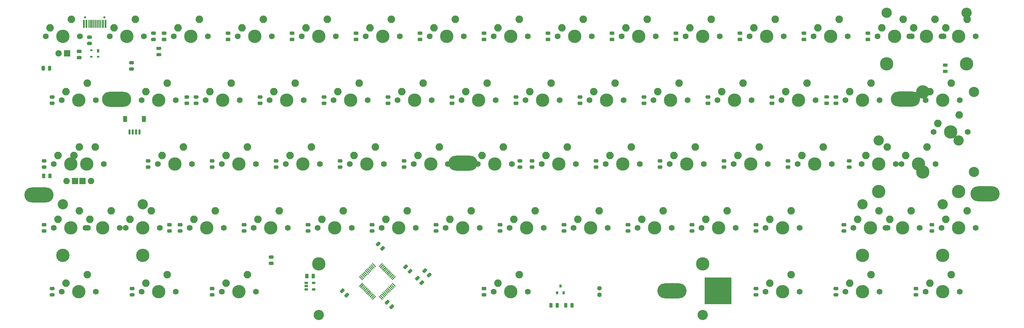
<source format=gbr>
G04 #@! TF.GenerationSoftware,KiCad,Pcbnew,(5.1.8-0-10_14)*
G04 #@! TF.CreationDate,2021-02-08T17:11:09+00:00*
G04 #@! TF.ProjectId,ccd60,63636436-302e-46b6-9963-61645f706362,rev?*
G04 #@! TF.SameCoordinates,Original*
G04 #@! TF.FileFunction,Soldermask,Bot*
G04 #@! TF.FilePolarity,Negative*
%FSLAX46Y46*%
G04 Gerber Fmt 4.6, Leading zero omitted, Abs format (unit mm)*
G04 Created by KiCad (PCBNEW (5.1.8-0-10_14)) date 2021-02-08 17:11:09*
%MOMM*%
%LPD*%
G01*
G04 APERTURE LIST*
%ADD10C,1.750000*%
%ADD11R,1.905000X1.905000*%
%ADD12C,1.905000*%
%ADD13C,2.250000*%
%ADD14C,3.987800*%
%ADD15R,0.600000X2.450000*%
%ADD16R,0.300000X2.450000*%
%ADD17C,0.650000*%
%ADD18R,1.060000X0.650000*%
%ADD19C,3.048000*%
%ADD20R,0.800000X0.900000*%
%ADD21O,1.350000X1.350000*%
%ADD22C,1.350000*%
%ADD23R,0.700000X1.000000*%
%ADD24R,0.700000X0.600000*%
%ADD25R,8.000000X8.000000*%
%ADD26O,8.700000X4.500000*%
G04 APERTURE END LIST*
D10*
X87630000Y-102393750D03*
X77470000Y-102393750D03*
D11*
X83820000Y-107473750D03*
D12*
X81280000Y-107473750D03*
D13*
X78740000Y-99853750D03*
D14*
X82550000Y-102393750D03*
D13*
X85090000Y-97313750D03*
D10*
X94773750Y-140493750D03*
X84613750Y-140493750D03*
D11*
X88423750Y-145573750D03*
D12*
X90963750Y-145573750D03*
D13*
X85883750Y-137953750D03*
D14*
X89693750Y-140493750D03*
D13*
X92233750Y-135413750D03*
D10*
X90011250Y-140493750D03*
X79851250Y-140493750D03*
D11*
X86201250Y-145573750D03*
D12*
X83661250Y-145573750D03*
D13*
X81121250Y-137953750D03*
D14*
X84931250Y-140493750D03*
D13*
X87471250Y-135413750D03*
D15*
X95300000Y-98682500D03*
X88850000Y-98682500D03*
X94525000Y-98682500D03*
X89625000Y-98682500D03*
D16*
X90325000Y-98682500D03*
X93825000Y-98682500D03*
X90825000Y-98682500D03*
X93325000Y-98682500D03*
X91325000Y-98682500D03*
X92825000Y-98682500D03*
X92325000Y-98682500D03*
X91825000Y-98682500D03*
D17*
X94965000Y-96737500D03*
X89185000Y-96737500D03*
G36*
G01*
X181662400Y-174188820D02*
X180725484Y-175125736D01*
G75*
G02*
X180619418Y-175125736I-53033J53033D01*
G01*
X180513352Y-175019670D01*
G75*
G02*
X180513352Y-174913604I53033J53033D01*
G01*
X181450268Y-173976688D01*
G75*
G02*
X181556334Y-173976688I53033J-53033D01*
G01*
X181662400Y-174082754D01*
G75*
G02*
X181662400Y-174188820I-53033J-53033D01*
G01*
G37*
G36*
G01*
X181308846Y-173835266D02*
X180371930Y-174772182D01*
G75*
G02*
X180265864Y-174772182I-53033J53033D01*
G01*
X180159798Y-174666116D01*
G75*
G02*
X180159798Y-174560050I53033J53033D01*
G01*
X181096714Y-173623134D01*
G75*
G02*
X181202780Y-173623134I53033J-53033D01*
G01*
X181308846Y-173729200D01*
G75*
G02*
X181308846Y-173835266I-53033J-53033D01*
G01*
G37*
G36*
G01*
X180955293Y-173481713D02*
X180018377Y-174418629D01*
G75*
G02*
X179912311Y-174418629I-53033J53033D01*
G01*
X179806245Y-174312563D01*
G75*
G02*
X179806245Y-174206497I53033J53033D01*
G01*
X180743161Y-173269581D01*
G75*
G02*
X180849227Y-173269581I53033J-53033D01*
G01*
X180955293Y-173375647D01*
G75*
G02*
X180955293Y-173481713I-53033J-53033D01*
G01*
G37*
G36*
G01*
X180601739Y-173128159D02*
X179664823Y-174065075D01*
G75*
G02*
X179558757Y-174065075I-53033J53033D01*
G01*
X179452691Y-173959009D01*
G75*
G02*
X179452691Y-173852943I53033J53033D01*
G01*
X180389607Y-172916027D01*
G75*
G02*
X180495673Y-172916027I53033J-53033D01*
G01*
X180601739Y-173022093D01*
G75*
G02*
X180601739Y-173128159I-53033J-53033D01*
G01*
G37*
G36*
G01*
X180248186Y-172774606D02*
X179311270Y-173711522D01*
G75*
G02*
X179205204Y-173711522I-53033J53033D01*
G01*
X179099138Y-173605456D01*
G75*
G02*
X179099138Y-173499390I53033J53033D01*
G01*
X180036054Y-172562474D01*
G75*
G02*
X180142120Y-172562474I53033J-53033D01*
G01*
X180248186Y-172668540D01*
G75*
G02*
X180248186Y-172774606I-53033J-53033D01*
G01*
G37*
G36*
G01*
X179894633Y-172421053D02*
X178957717Y-173357969D01*
G75*
G02*
X178851651Y-173357969I-53033J53033D01*
G01*
X178745585Y-173251903D01*
G75*
G02*
X178745585Y-173145837I53033J53033D01*
G01*
X179682501Y-172208921D01*
G75*
G02*
X179788567Y-172208921I53033J-53033D01*
G01*
X179894633Y-172314987D01*
G75*
G02*
X179894633Y-172421053I-53033J-53033D01*
G01*
G37*
G36*
G01*
X179541079Y-172067499D02*
X178604163Y-173004415D01*
G75*
G02*
X178498097Y-173004415I-53033J53033D01*
G01*
X178392031Y-172898349D01*
G75*
G02*
X178392031Y-172792283I53033J53033D01*
G01*
X179328947Y-171855367D01*
G75*
G02*
X179435013Y-171855367I53033J-53033D01*
G01*
X179541079Y-171961433D01*
G75*
G02*
X179541079Y-172067499I-53033J-53033D01*
G01*
G37*
G36*
G01*
X179187526Y-171713946D02*
X178250610Y-172650862D01*
G75*
G02*
X178144544Y-172650862I-53033J53033D01*
G01*
X178038478Y-172544796D01*
G75*
G02*
X178038478Y-172438730I53033J53033D01*
G01*
X178975394Y-171501814D01*
G75*
G02*
X179081460Y-171501814I53033J-53033D01*
G01*
X179187526Y-171607880D01*
G75*
G02*
X179187526Y-171713946I-53033J-53033D01*
G01*
G37*
G36*
G01*
X178833973Y-171360393D02*
X177897057Y-172297309D01*
G75*
G02*
X177790991Y-172297309I-53033J53033D01*
G01*
X177684925Y-172191243D01*
G75*
G02*
X177684925Y-172085177I53033J53033D01*
G01*
X178621841Y-171148261D01*
G75*
G02*
X178727907Y-171148261I53033J-53033D01*
G01*
X178833973Y-171254327D01*
G75*
G02*
X178833973Y-171360393I-53033J-53033D01*
G01*
G37*
G36*
G01*
X178480419Y-171006839D02*
X177543503Y-171943755D01*
G75*
G02*
X177437437Y-171943755I-53033J53033D01*
G01*
X177331371Y-171837689D01*
G75*
G02*
X177331371Y-171731623I53033J53033D01*
G01*
X178268287Y-170794707D01*
G75*
G02*
X178374353Y-170794707I53033J-53033D01*
G01*
X178480419Y-170900773D01*
G75*
G02*
X178480419Y-171006839I-53033J-53033D01*
G01*
G37*
G36*
G01*
X178126866Y-170653286D02*
X177189950Y-171590202D01*
G75*
G02*
X177083884Y-171590202I-53033J53033D01*
G01*
X176977818Y-171484136D01*
G75*
G02*
X176977818Y-171378070I53033J53033D01*
G01*
X177914734Y-170441154D01*
G75*
G02*
X178020800Y-170441154I53033J-53033D01*
G01*
X178126866Y-170547220D01*
G75*
G02*
X178126866Y-170653286I-53033J-53033D01*
G01*
G37*
G36*
G01*
X177773312Y-170299732D02*
X176836396Y-171236648D01*
G75*
G02*
X176730330Y-171236648I-53033J53033D01*
G01*
X176624264Y-171130582D01*
G75*
G02*
X176624264Y-171024516I53033J53033D01*
G01*
X177561180Y-170087600D01*
G75*
G02*
X177667246Y-170087600I53033J-53033D01*
G01*
X177773312Y-170193666D01*
G75*
G02*
X177773312Y-170299732I-53033J-53033D01*
G01*
G37*
G36*
G01*
X175775736Y-171130582D02*
X175669670Y-171236648D01*
G75*
G02*
X175563604Y-171236648I-53033J53033D01*
G01*
X174626688Y-170299732D01*
G75*
G02*
X174626688Y-170193666I53033J53033D01*
G01*
X174732754Y-170087600D01*
G75*
G02*
X174838820Y-170087600I53033J-53033D01*
G01*
X175775736Y-171024516D01*
G75*
G02*
X175775736Y-171130582I-53033J-53033D01*
G01*
G37*
G36*
G01*
X175422182Y-171484136D02*
X175316116Y-171590202D01*
G75*
G02*
X175210050Y-171590202I-53033J53033D01*
G01*
X174273134Y-170653286D01*
G75*
G02*
X174273134Y-170547220I53033J53033D01*
G01*
X174379200Y-170441154D01*
G75*
G02*
X174485266Y-170441154I53033J-53033D01*
G01*
X175422182Y-171378070D01*
G75*
G02*
X175422182Y-171484136I-53033J-53033D01*
G01*
G37*
G36*
G01*
X175068629Y-171837689D02*
X174962563Y-171943755D01*
G75*
G02*
X174856497Y-171943755I-53033J53033D01*
G01*
X173919581Y-171006839D01*
G75*
G02*
X173919581Y-170900773I53033J53033D01*
G01*
X174025647Y-170794707D01*
G75*
G02*
X174131713Y-170794707I53033J-53033D01*
G01*
X175068629Y-171731623D01*
G75*
G02*
X175068629Y-171837689I-53033J-53033D01*
G01*
G37*
G36*
G01*
X174715075Y-172191243D02*
X174609009Y-172297309D01*
G75*
G02*
X174502943Y-172297309I-53033J53033D01*
G01*
X173566027Y-171360393D01*
G75*
G02*
X173566027Y-171254327I53033J53033D01*
G01*
X173672093Y-171148261D01*
G75*
G02*
X173778159Y-171148261I53033J-53033D01*
G01*
X174715075Y-172085177D01*
G75*
G02*
X174715075Y-172191243I-53033J-53033D01*
G01*
G37*
G36*
G01*
X174361522Y-172544796D02*
X174255456Y-172650862D01*
G75*
G02*
X174149390Y-172650862I-53033J53033D01*
G01*
X173212474Y-171713946D01*
G75*
G02*
X173212474Y-171607880I53033J53033D01*
G01*
X173318540Y-171501814D01*
G75*
G02*
X173424606Y-171501814I53033J-53033D01*
G01*
X174361522Y-172438730D01*
G75*
G02*
X174361522Y-172544796I-53033J-53033D01*
G01*
G37*
G36*
G01*
X174007969Y-172898349D02*
X173901903Y-173004415D01*
G75*
G02*
X173795837Y-173004415I-53033J53033D01*
G01*
X172858921Y-172067499D01*
G75*
G02*
X172858921Y-171961433I53033J53033D01*
G01*
X172964987Y-171855367D01*
G75*
G02*
X173071053Y-171855367I53033J-53033D01*
G01*
X174007969Y-172792283D01*
G75*
G02*
X174007969Y-172898349I-53033J-53033D01*
G01*
G37*
G36*
G01*
X173654415Y-173251903D02*
X173548349Y-173357969D01*
G75*
G02*
X173442283Y-173357969I-53033J53033D01*
G01*
X172505367Y-172421053D01*
G75*
G02*
X172505367Y-172314987I53033J53033D01*
G01*
X172611433Y-172208921D01*
G75*
G02*
X172717499Y-172208921I53033J-53033D01*
G01*
X173654415Y-173145837D01*
G75*
G02*
X173654415Y-173251903I-53033J-53033D01*
G01*
G37*
G36*
G01*
X173300862Y-173605456D02*
X173194796Y-173711522D01*
G75*
G02*
X173088730Y-173711522I-53033J53033D01*
G01*
X172151814Y-172774606D01*
G75*
G02*
X172151814Y-172668540I53033J53033D01*
G01*
X172257880Y-172562474D01*
G75*
G02*
X172363946Y-172562474I53033J-53033D01*
G01*
X173300862Y-173499390D01*
G75*
G02*
X173300862Y-173605456I-53033J-53033D01*
G01*
G37*
G36*
G01*
X172947309Y-173959009D02*
X172841243Y-174065075D01*
G75*
G02*
X172735177Y-174065075I-53033J53033D01*
G01*
X171798261Y-173128159D01*
G75*
G02*
X171798261Y-173022093I53033J53033D01*
G01*
X171904327Y-172916027D01*
G75*
G02*
X172010393Y-172916027I53033J-53033D01*
G01*
X172947309Y-173852943D01*
G75*
G02*
X172947309Y-173959009I-53033J-53033D01*
G01*
G37*
G36*
G01*
X172593755Y-174312563D02*
X172487689Y-174418629D01*
G75*
G02*
X172381623Y-174418629I-53033J53033D01*
G01*
X171444707Y-173481713D01*
G75*
G02*
X171444707Y-173375647I53033J53033D01*
G01*
X171550773Y-173269581D01*
G75*
G02*
X171656839Y-173269581I53033J-53033D01*
G01*
X172593755Y-174206497D01*
G75*
G02*
X172593755Y-174312563I-53033J-53033D01*
G01*
G37*
G36*
G01*
X172240202Y-174666116D02*
X172134136Y-174772182D01*
G75*
G02*
X172028070Y-174772182I-53033J53033D01*
G01*
X171091154Y-173835266D01*
G75*
G02*
X171091154Y-173729200I53033J53033D01*
G01*
X171197220Y-173623134D01*
G75*
G02*
X171303286Y-173623134I53033J-53033D01*
G01*
X172240202Y-174560050D01*
G75*
G02*
X172240202Y-174666116I-53033J-53033D01*
G01*
G37*
G36*
G01*
X171886648Y-175019670D02*
X171780582Y-175125736D01*
G75*
G02*
X171674516Y-175125736I-53033J53033D01*
G01*
X170737600Y-174188820D01*
G75*
G02*
X170737600Y-174082754I53033J53033D01*
G01*
X170843666Y-173976688D01*
G75*
G02*
X170949732Y-173976688I53033J-53033D01*
G01*
X171886648Y-174913604D01*
G75*
G02*
X171886648Y-175019670I-53033J-53033D01*
G01*
G37*
G36*
G01*
X171886648Y-176186396D02*
X170949732Y-177123312D01*
G75*
G02*
X170843666Y-177123312I-53033J53033D01*
G01*
X170737600Y-177017246D01*
G75*
G02*
X170737600Y-176911180I53033J53033D01*
G01*
X171674516Y-175974264D01*
G75*
G02*
X171780582Y-175974264I53033J-53033D01*
G01*
X171886648Y-176080330D01*
G75*
G02*
X171886648Y-176186396I-53033J-53033D01*
G01*
G37*
G36*
G01*
X172240202Y-176539950D02*
X171303286Y-177476866D01*
G75*
G02*
X171197220Y-177476866I-53033J53033D01*
G01*
X171091154Y-177370800D01*
G75*
G02*
X171091154Y-177264734I53033J53033D01*
G01*
X172028070Y-176327818D01*
G75*
G02*
X172134136Y-176327818I53033J-53033D01*
G01*
X172240202Y-176433884D01*
G75*
G02*
X172240202Y-176539950I-53033J-53033D01*
G01*
G37*
G36*
G01*
X172593755Y-176893503D02*
X171656839Y-177830419D01*
G75*
G02*
X171550773Y-177830419I-53033J53033D01*
G01*
X171444707Y-177724353D01*
G75*
G02*
X171444707Y-177618287I53033J53033D01*
G01*
X172381623Y-176681371D01*
G75*
G02*
X172487689Y-176681371I53033J-53033D01*
G01*
X172593755Y-176787437D01*
G75*
G02*
X172593755Y-176893503I-53033J-53033D01*
G01*
G37*
G36*
G01*
X172947309Y-177247057D02*
X172010393Y-178183973D01*
G75*
G02*
X171904327Y-178183973I-53033J53033D01*
G01*
X171798261Y-178077907D01*
G75*
G02*
X171798261Y-177971841I53033J53033D01*
G01*
X172735177Y-177034925D01*
G75*
G02*
X172841243Y-177034925I53033J-53033D01*
G01*
X172947309Y-177140991D01*
G75*
G02*
X172947309Y-177247057I-53033J-53033D01*
G01*
G37*
G36*
G01*
X173300862Y-177600610D02*
X172363946Y-178537526D01*
G75*
G02*
X172257880Y-178537526I-53033J53033D01*
G01*
X172151814Y-178431460D01*
G75*
G02*
X172151814Y-178325394I53033J53033D01*
G01*
X173088730Y-177388478D01*
G75*
G02*
X173194796Y-177388478I53033J-53033D01*
G01*
X173300862Y-177494544D01*
G75*
G02*
X173300862Y-177600610I-53033J-53033D01*
G01*
G37*
G36*
G01*
X173654415Y-177954163D02*
X172717499Y-178891079D01*
G75*
G02*
X172611433Y-178891079I-53033J53033D01*
G01*
X172505367Y-178785013D01*
G75*
G02*
X172505367Y-178678947I53033J53033D01*
G01*
X173442283Y-177742031D01*
G75*
G02*
X173548349Y-177742031I53033J-53033D01*
G01*
X173654415Y-177848097D01*
G75*
G02*
X173654415Y-177954163I-53033J-53033D01*
G01*
G37*
G36*
G01*
X174007969Y-178307717D02*
X173071053Y-179244633D01*
G75*
G02*
X172964987Y-179244633I-53033J53033D01*
G01*
X172858921Y-179138567D01*
G75*
G02*
X172858921Y-179032501I53033J53033D01*
G01*
X173795837Y-178095585D01*
G75*
G02*
X173901903Y-178095585I53033J-53033D01*
G01*
X174007969Y-178201651D01*
G75*
G02*
X174007969Y-178307717I-53033J-53033D01*
G01*
G37*
G36*
G01*
X174361522Y-178661270D02*
X173424606Y-179598186D01*
G75*
G02*
X173318540Y-179598186I-53033J53033D01*
G01*
X173212474Y-179492120D01*
G75*
G02*
X173212474Y-179386054I53033J53033D01*
G01*
X174149390Y-178449138D01*
G75*
G02*
X174255456Y-178449138I53033J-53033D01*
G01*
X174361522Y-178555204D01*
G75*
G02*
X174361522Y-178661270I-53033J-53033D01*
G01*
G37*
G36*
G01*
X174715075Y-179014823D02*
X173778159Y-179951739D01*
G75*
G02*
X173672093Y-179951739I-53033J53033D01*
G01*
X173566027Y-179845673D01*
G75*
G02*
X173566027Y-179739607I53033J53033D01*
G01*
X174502943Y-178802691D01*
G75*
G02*
X174609009Y-178802691I53033J-53033D01*
G01*
X174715075Y-178908757D01*
G75*
G02*
X174715075Y-179014823I-53033J-53033D01*
G01*
G37*
G36*
G01*
X175068629Y-179368377D02*
X174131713Y-180305293D01*
G75*
G02*
X174025647Y-180305293I-53033J53033D01*
G01*
X173919581Y-180199227D01*
G75*
G02*
X173919581Y-180093161I53033J53033D01*
G01*
X174856497Y-179156245D01*
G75*
G02*
X174962563Y-179156245I53033J-53033D01*
G01*
X175068629Y-179262311D01*
G75*
G02*
X175068629Y-179368377I-53033J-53033D01*
G01*
G37*
G36*
G01*
X175422182Y-179721930D02*
X174485266Y-180658846D01*
G75*
G02*
X174379200Y-180658846I-53033J53033D01*
G01*
X174273134Y-180552780D01*
G75*
G02*
X174273134Y-180446714I53033J53033D01*
G01*
X175210050Y-179509798D01*
G75*
G02*
X175316116Y-179509798I53033J-53033D01*
G01*
X175422182Y-179615864D01*
G75*
G02*
X175422182Y-179721930I-53033J-53033D01*
G01*
G37*
G36*
G01*
X175775736Y-180075484D02*
X174838820Y-181012400D01*
G75*
G02*
X174732754Y-181012400I-53033J53033D01*
G01*
X174626688Y-180906334D01*
G75*
G02*
X174626688Y-180800268I53033J53033D01*
G01*
X175563604Y-179863352D01*
G75*
G02*
X175669670Y-179863352I53033J-53033D01*
G01*
X175775736Y-179969418D01*
G75*
G02*
X175775736Y-180075484I-53033J-53033D01*
G01*
G37*
G36*
G01*
X177773312Y-180906334D02*
X177667246Y-181012400D01*
G75*
G02*
X177561180Y-181012400I-53033J53033D01*
G01*
X176624264Y-180075484D01*
G75*
G02*
X176624264Y-179969418I53033J53033D01*
G01*
X176730330Y-179863352D01*
G75*
G02*
X176836396Y-179863352I53033J-53033D01*
G01*
X177773312Y-180800268D01*
G75*
G02*
X177773312Y-180906334I-53033J-53033D01*
G01*
G37*
G36*
G01*
X178126866Y-180552780D02*
X178020800Y-180658846D01*
G75*
G02*
X177914734Y-180658846I-53033J53033D01*
G01*
X176977818Y-179721930D01*
G75*
G02*
X176977818Y-179615864I53033J53033D01*
G01*
X177083884Y-179509798D01*
G75*
G02*
X177189950Y-179509798I53033J-53033D01*
G01*
X178126866Y-180446714D01*
G75*
G02*
X178126866Y-180552780I-53033J-53033D01*
G01*
G37*
G36*
G01*
X178480419Y-180199227D02*
X178374353Y-180305293D01*
G75*
G02*
X178268287Y-180305293I-53033J53033D01*
G01*
X177331371Y-179368377D01*
G75*
G02*
X177331371Y-179262311I53033J53033D01*
G01*
X177437437Y-179156245D01*
G75*
G02*
X177543503Y-179156245I53033J-53033D01*
G01*
X178480419Y-180093161D01*
G75*
G02*
X178480419Y-180199227I-53033J-53033D01*
G01*
G37*
G36*
G01*
X178833973Y-179845673D02*
X178727907Y-179951739D01*
G75*
G02*
X178621841Y-179951739I-53033J53033D01*
G01*
X177684925Y-179014823D01*
G75*
G02*
X177684925Y-178908757I53033J53033D01*
G01*
X177790991Y-178802691D01*
G75*
G02*
X177897057Y-178802691I53033J-53033D01*
G01*
X178833973Y-179739607D01*
G75*
G02*
X178833973Y-179845673I-53033J-53033D01*
G01*
G37*
G36*
G01*
X179187526Y-179492120D02*
X179081460Y-179598186D01*
G75*
G02*
X178975394Y-179598186I-53033J53033D01*
G01*
X178038478Y-178661270D01*
G75*
G02*
X178038478Y-178555204I53033J53033D01*
G01*
X178144544Y-178449138D01*
G75*
G02*
X178250610Y-178449138I53033J-53033D01*
G01*
X179187526Y-179386054D01*
G75*
G02*
X179187526Y-179492120I-53033J-53033D01*
G01*
G37*
G36*
G01*
X179541079Y-179138567D02*
X179435013Y-179244633D01*
G75*
G02*
X179328947Y-179244633I-53033J53033D01*
G01*
X178392031Y-178307717D01*
G75*
G02*
X178392031Y-178201651I53033J53033D01*
G01*
X178498097Y-178095585D01*
G75*
G02*
X178604163Y-178095585I53033J-53033D01*
G01*
X179541079Y-179032501D01*
G75*
G02*
X179541079Y-179138567I-53033J-53033D01*
G01*
G37*
G36*
G01*
X179894633Y-178785013D02*
X179788567Y-178891079D01*
G75*
G02*
X179682501Y-178891079I-53033J53033D01*
G01*
X178745585Y-177954163D01*
G75*
G02*
X178745585Y-177848097I53033J53033D01*
G01*
X178851651Y-177742031D01*
G75*
G02*
X178957717Y-177742031I53033J-53033D01*
G01*
X179894633Y-178678947D01*
G75*
G02*
X179894633Y-178785013I-53033J-53033D01*
G01*
G37*
G36*
G01*
X180248186Y-178431460D02*
X180142120Y-178537526D01*
G75*
G02*
X180036054Y-178537526I-53033J53033D01*
G01*
X179099138Y-177600610D01*
G75*
G02*
X179099138Y-177494544I53033J53033D01*
G01*
X179205204Y-177388478D01*
G75*
G02*
X179311270Y-177388478I53033J-53033D01*
G01*
X180248186Y-178325394D01*
G75*
G02*
X180248186Y-178431460I-53033J-53033D01*
G01*
G37*
G36*
G01*
X180601739Y-178077907D02*
X180495673Y-178183973D01*
G75*
G02*
X180389607Y-178183973I-53033J53033D01*
G01*
X179452691Y-177247057D01*
G75*
G02*
X179452691Y-177140991I53033J53033D01*
G01*
X179558757Y-177034925D01*
G75*
G02*
X179664823Y-177034925I53033J-53033D01*
G01*
X180601739Y-177971841D01*
G75*
G02*
X180601739Y-178077907I-53033J-53033D01*
G01*
G37*
G36*
G01*
X180955293Y-177724353D02*
X180849227Y-177830419D01*
G75*
G02*
X180743161Y-177830419I-53033J53033D01*
G01*
X179806245Y-176893503D01*
G75*
G02*
X179806245Y-176787437I53033J53033D01*
G01*
X179912311Y-176681371D01*
G75*
G02*
X180018377Y-176681371I53033J-53033D01*
G01*
X180955293Y-177618287D01*
G75*
G02*
X180955293Y-177724353I-53033J-53033D01*
G01*
G37*
G36*
G01*
X181308846Y-177370800D02*
X181202780Y-177476866D01*
G75*
G02*
X181096714Y-177476866I-53033J53033D01*
G01*
X180159798Y-176539950D01*
G75*
G02*
X180159798Y-176433884I53033J53033D01*
G01*
X180265864Y-176327818D01*
G75*
G02*
X180371930Y-176327818I53033J-53033D01*
G01*
X181308846Y-177264734D01*
G75*
G02*
X181308846Y-177370800I-53033J-53033D01*
G01*
G37*
G36*
G01*
X181662400Y-177017246D02*
X181556334Y-177123312D01*
G75*
G02*
X181450268Y-177123312I-53033J53033D01*
G01*
X180513352Y-176186396D01*
G75*
G02*
X180513352Y-176080330I53033J53033D01*
G01*
X180619418Y-175974264D01*
G75*
G02*
X180725484Y-175974264I53033J-53033D01*
G01*
X181662400Y-176911180D01*
G75*
G02*
X181662400Y-177017246I-53033J-53033D01*
G01*
G37*
D18*
X157208400Y-177886400D03*
X157208400Y-175986400D03*
X155008400Y-175986400D03*
X155008400Y-176936400D03*
X155008400Y-177886400D03*
D13*
X327977500Y-135413750D03*
D14*
X325437500Y-140493750D03*
D13*
X321627500Y-137953750D03*
D10*
X320357500Y-140493750D03*
X330517500Y-140493750D03*
D14*
X338613750Y-119030750D03*
X338613750Y-142906750D03*
D19*
X353853750Y-119030750D03*
X353853750Y-142906750D03*
D10*
X351948750Y-130968750D03*
X341788750Y-130968750D03*
D13*
X343058750Y-128428750D03*
D14*
X346868750Y-130968750D03*
D13*
X349408750Y-125888750D03*
G36*
G01*
X188790797Y-175886032D02*
X189436032Y-175240797D01*
G75*
G02*
X189780746Y-175240797I172357J-172357D01*
G01*
X190125461Y-175585512D01*
G75*
G02*
X190125461Y-175930226I-172357J-172357D01*
G01*
X189480226Y-176575461D01*
G75*
G02*
X189135512Y-176575461I-172357J172357D01*
G01*
X188790797Y-176230746D01*
G75*
G02*
X188790797Y-175886032I172357J172357D01*
G01*
G37*
G36*
G01*
X187464971Y-174560206D02*
X188110206Y-173914971D01*
G75*
G02*
X188454920Y-173914971I172357J-172357D01*
G01*
X188799635Y-174259686D01*
G75*
G02*
X188799635Y-174604400I-172357J-172357D01*
G01*
X188154400Y-175249635D01*
G75*
G02*
X187809686Y-175249635I-172357J172357D01*
G01*
X187464971Y-174904920D01*
G75*
G02*
X187464971Y-174560206I172357J172357D01*
G01*
G37*
G36*
G01*
X155709200Y-173482950D02*
X155709200Y-174395450D01*
G75*
G02*
X155465450Y-174639200I-243750J0D01*
G01*
X154977950Y-174639200D01*
G75*
G02*
X154734200Y-174395450I0J243750D01*
G01*
X154734200Y-173482950D01*
G75*
G02*
X154977950Y-173239200I243750J0D01*
G01*
X155465450Y-173239200D01*
G75*
G02*
X155709200Y-173482950I0J-243750D01*
G01*
G37*
G36*
G01*
X157584200Y-173482950D02*
X157584200Y-174395450D01*
G75*
G02*
X157340450Y-174639200I-243750J0D01*
G01*
X156852950Y-174639200D01*
G75*
G02*
X156609200Y-174395450I0J243750D01*
G01*
X156609200Y-173482950D01*
G75*
G02*
X156852950Y-173239200I243750J0D01*
G01*
X157340450Y-173239200D01*
G75*
G02*
X157584200Y-173482950I0J-243750D01*
G01*
G37*
G36*
G01*
X145056250Y-168750000D02*
X144143750Y-168750000D01*
G75*
G02*
X143900000Y-168506250I0J243750D01*
G01*
X143900000Y-168018750D01*
G75*
G02*
X144143750Y-167775000I243750J0D01*
G01*
X145056250Y-167775000D01*
G75*
G02*
X145300000Y-168018750I0J-243750D01*
G01*
X145300000Y-168506250D01*
G75*
G02*
X145056250Y-168750000I-243750J0D01*
G01*
G37*
G36*
G01*
X145056250Y-170625000D02*
X144143750Y-170625000D01*
G75*
G02*
X143900000Y-170381250I0J243750D01*
G01*
X143900000Y-169893750D01*
G75*
G02*
X144143750Y-169650000I243750J0D01*
G01*
X145056250Y-169650000D01*
G75*
G02*
X145300000Y-169893750I0J-243750D01*
G01*
X145300000Y-170381250D01*
G75*
G02*
X145056250Y-170625000I-243750J0D01*
G01*
G37*
G36*
G01*
X179790365Y-183050032D02*
X180435600Y-182404797D01*
G75*
G02*
X180780314Y-182404797I172357J-172357D01*
G01*
X181125029Y-182749512D01*
G75*
G02*
X181125029Y-183094226I-172357J-172357D01*
G01*
X180479794Y-183739461D01*
G75*
G02*
X180135080Y-183739461I-172357J172357D01*
G01*
X179790365Y-183394746D01*
G75*
G02*
X179790365Y-183050032I172357J172357D01*
G01*
G37*
G36*
G01*
X178464539Y-181724206D02*
X179109774Y-181078971D01*
G75*
G02*
X179454488Y-181078971I172357J-172357D01*
G01*
X179799203Y-181423686D01*
G75*
G02*
X179799203Y-181768400I-172357J-172357D01*
G01*
X179153968Y-182413635D01*
G75*
G02*
X178809254Y-182413635I-172357J172357D01*
G01*
X178464539Y-182068920D01*
G75*
G02*
X178464539Y-181724206I172357J172357D01*
G01*
G37*
G36*
G01*
X185270797Y-172466032D02*
X185916032Y-171820797D01*
G75*
G02*
X186260746Y-171820797I172357J-172357D01*
G01*
X186605461Y-172165512D01*
G75*
G02*
X186605461Y-172510226I-172357J-172357D01*
G01*
X185960226Y-173155461D01*
G75*
G02*
X185615512Y-173155461I-172357J172357D01*
G01*
X185270797Y-172810746D01*
G75*
G02*
X185270797Y-172466032I172357J172357D01*
G01*
G37*
G36*
G01*
X183944971Y-171140206D02*
X184590206Y-170494971D01*
G75*
G02*
X184934920Y-170494971I172357J-172357D01*
G01*
X185279635Y-170839686D01*
G75*
G02*
X185279635Y-171184400I-172357J-172357D01*
G01*
X184634400Y-171829635D01*
G75*
G02*
X184289686Y-171829635I-172357J172357D01*
G01*
X183944971Y-171484920D01*
G75*
G02*
X183944971Y-171140206I172357J172357D01*
G01*
G37*
G36*
G01*
X177084381Y-165639216D02*
X177729616Y-164993981D01*
G75*
G02*
X178074330Y-164993981I172357J-172357D01*
G01*
X178419045Y-165338696D01*
G75*
G02*
X178419045Y-165683410I-172357J-172357D01*
G01*
X177773810Y-166328645D01*
G75*
G02*
X177429096Y-166328645I-172357J172357D01*
G01*
X177084381Y-165983930D01*
G75*
G02*
X177084381Y-165639216I172357J172357D01*
G01*
G37*
G36*
G01*
X175758555Y-164313390D02*
X176403790Y-163668155D01*
G75*
G02*
X176748504Y-163668155I172357J-172357D01*
G01*
X177093219Y-164012870D01*
G75*
G02*
X177093219Y-164357584I-172357J-172357D01*
G01*
X176447984Y-165002819D01*
G75*
G02*
X176103270Y-165002819I-172357J172357D01*
G01*
X175758555Y-164658104D01*
G75*
G02*
X175758555Y-164313390I172357J172357D01*
G01*
G37*
G36*
G01*
X166416381Y-179609216D02*
X167061616Y-178963981D01*
G75*
G02*
X167406330Y-178963981I172357J-172357D01*
G01*
X167751045Y-179308696D01*
G75*
G02*
X167751045Y-179653410I-172357J-172357D01*
G01*
X167105810Y-180298645D01*
G75*
G02*
X166761096Y-180298645I-172357J172357D01*
G01*
X166416381Y-179953930D01*
G75*
G02*
X166416381Y-179609216I172357J172357D01*
G01*
G37*
G36*
G01*
X165090555Y-178283390D02*
X165735790Y-177638155D01*
G75*
G02*
X166080504Y-177638155I172357J-172357D01*
G01*
X166425219Y-177982870D01*
G75*
G02*
X166425219Y-178327584I-172357J-172357D01*
G01*
X165779984Y-178972819D01*
G75*
G02*
X165435270Y-178972819I-172357J172357D01*
G01*
X165090555Y-178628104D01*
G75*
G02*
X165090555Y-178283390I172357J172357D01*
G01*
G37*
G36*
G01*
X111581250Y-106475000D02*
X110668750Y-106475000D01*
G75*
G02*
X110425000Y-106231250I0J243750D01*
G01*
X110425000Y-105743750D01*
G75*
G02*
X110668750Y-105500000I243750J0D01*
G01*
X111581250Y-105500000D01*
G75*
G02*
X111825000Y-105743750I0J-243750D01*
G01*
X111825000Y-106231250D01*
G75*
G02*
X111581250Y-106475000I-243750J0D01*
G01*
G37*
G36*
G01*
X111581250Y-108350000D02*
X110668750Y-108350000D01*
G75*
G02*
X110425000Y-108106250I0J243750D01*
G01*
X110425000Y-107618750D01*
G75*
G02*
X110668750Y-107375000I243750J0D01*
G01*
X111581250Y-107375000D01*
G75*
G02*
X111825000Y-107618750I0J-243750D01*
G01*
X111825000Y-108106250D01*
G75*
G02*
X111581250Y-108350000I-243750J0D01*
G01*
G37*
G36*
G01*
X109993750Y-101943750D02*
X109081250Y-101943750D01*
G75*
G02*
X108837500Y-101700000I0J243750D01*
G01*
X108837500Y-101212500D01*
G75*
G02*
X109081250Y-100968750I243750J0D01*
G01*
X109993750Y-100968750D01*
G75*
G02*
X110237500Y-101212500I0J-243750D01*
G01*
X110237500Y-101700000D01*
G75*
G02*
X109993750Y-101943750I-243750J0D01*
G01*
G37*
G36*
G01*
X109993750Y-103818750D02*
X109081250Y-103818750D01*
G75*
G02*
X108837500Y-103575000I0J243750D01*
G01*
X108837500Y-103087500D01*
G75*
G02*
X109081250Y-102843750I243750J0D01*
G01*
X109993750Y-102843750D01*
G75*
G02*
X110237500Y-103087500I0J-243750D01*
G01*
X110237500Y-103575000D01*
G75*
G02*
X109993750Y-103818750I-243750J0D01*
G01*
G37*
G36*
G01*
X113168750Y-101943750D02*
X112256250Y-101943750D01*
G75*
G02*
X112012500Y-101700000I0J243750D01*
G01*
X112012500Y-101212500D01*
G75*
G02*
X112256250Y-100968750I243750J0D01*
G01*
X113168750Y-100968750D01*
G75*
G02*
X113412500Y-101212500I0J-243750D01*
G01*
X113412500Y-101700000D01*
G75*
G02*
X113168750Y-101943750I-243750J0D01*
G01*
G37*
G36*
G01*
X113168750Y-103818750D02*
X112256250Y-103818750D01*
G75*
G02*
X112012500Y-103575000I0J243750D01*
G01*
X112012500Y-103087500D01*
G75*
G02*
X112256250Y-102843750I243750J0D01*
G01*
X113168750Y-102843750D01*
G75*
G02*
X113412500Y-103087500I0J-243750D01*
G01*
X113412500Y-103575000D01*
G75*
G02*
X113168750Y-103818750I-243750J0D01*
G01*
G37*
G36*
G01*
X132218750Y-101943750D02*
X131306250Y-101943750D01*
G75*
G02*
X131062500Y-101700000I0J243750D01*
G01*
X131062500Y-101212500D01*
G75*
G02*
X131306250Y-100968750I243750J0D01*
G01*
X132218750Y-100968750D01*
G75*
G02*
X132462500Y-101212500I0J-243750D01*
G01*
X132462500Y-101700000D01*
G75*
G02*
X132218750Y-101943750I-243750J0D01*
G01*
G37*
G36*
G01*
X132218750Y-103818750D02*
X131306250Y-103818750D01*
G75*
G02*
X131062500Y-103575000I0J243750D01*
G01*
X131062500Y-103087500D01*
G75*
G02*
X131306250Y-102843750I243750J0D01*
G01*
X132218750Y-102843750D01*
G75*
G02*
X132462500Y-103087500I0J-243750D01*
G01*
X132462500Y-103575000D01*
G75*
G02*
X132218750Y-103818750I-243750J0D01*
G01*
G37*
G36*
G01*
X151268750Y-101943750D02*
X150356250Y-101943750D01*
G75*
G02*
X150112500Y-101700000I0J243750D01*
G01*
X150112500Y-101212500D01*
G75*
G02*
X150356250Y-100968750I243750J0D01*
G01*
X151268750Y-100968750D01*
G75*
G02*
X151512500Y-101212500I0J-243750D01*
G01*
X151512500Y-101700000D01*
G75*
G02*
X151268750Y-101943750I-243750J0D01*
G01*
G37*
G36*
G01*
X151268750Y-103818750D02*
X150356250Y-103818750D01*
G75*
G02*
X150112500Y-103575000I0J243750D01*
G01*
X150112500Y-103087500D01*
G75*
G02*
X150356250Y-102843750I243750J0D01*
G01*
X151268750Y-102843750D01*
G75*
G02*
X151512500Y-103087500I0J-243750D01*
G01*
X151512500Y-103575000D01*
G75*
G02*
X151268750Y-103818750I-243750J0D01*
G01*
G37*
G36*
G01*
X170318750Y-101943750D02*
X169406250Y-101943750D01*
G75*
G02*
X169162500Y-101700000I0J243750D01*
G01*
X169162500Y-101212500D01*
G75*
G02*
X169406250Y-100968750I243750J0D01*
G01*
X170318750Y-100968750D01*
G75*
G02*
X170562500Y-101212500I0J-243750D01*
G01*
X170562500Y-101700000D01*
G75*
G02*
X170318750Y-101943750I-243750J0D01*
G01*
G37*
G36*
G01*
X170318750Y-103818750D02*
X169406250Y-103818750D01*
G75*
G02*
X169162500Y-103575000I0J243750D01*
G01*
X169162500Y-103087500D01*
G75*
G02*
X169406250Y-102843750I243750J0D01*
G01*
X170318750Y-102843750D01*
G75*
G02*
X170562500Y-103087500I0J-243750D01*
G01*
X170562500Y-103575000D01*
G75*
G02*
X170318750Y-103818750I-243750J0D01*
G01*
G37*
G36*
G01*
X189368750Y-101943750D02*
X188456250Y-101943750D01*
G75*
G02*
X188212500Y-101700000I0J243750D01*
G01*
X188212500Y-101212500D01*
G75*
G02*
X188456250Y-100968750I243750J0D01*
G01*
X189368750Y-100968750D01*
G75*
G02*
X189612500Y-101212500I0J-243750D01*
G01*
X189612500Y-101700000D01*
G75*
G02*
X189368750Y-101943750I-243750J0D01*
G01*
G37*
G36*
G01*
X189368750Y-103818750D02*
X188456250Y-103818750D01*
G75*
G02*
X188212500Y-103575000I0J243750D01*
G01*
X188212500Y-103087500D01*
G75*
G02*
X188456250Y-102843750I243750J0D01*
G01*
X189368750Y-102843750D01*
G75*
G02*
X189612500Y-103087500I0J-243750D01*
G01*
X189612500Y-103575000D01*
G75*
G02*
X189368750Y-103818750I-243750J0D01*
G01*
G37*
G36*
G01*
X208418750Y-101943750D02*
X207506250Y-101943750D01*
G75*
G02*
X207262500Y-101700000I0J243750D01*
G01*
X207262500Y-101212500D01*
G75*
G02*
X207506250Y-100968750I243750J0D01*
G01*
X208418750Y-100968750D01*
G75*
G02*
X208662500Y-101212500I0J-243750D01*
G01*
X208662500Y-101700000D01*
G75*
G02*
X208418750Y-101943750I-243750J0D01*
G01*
G37*
G36*
G01*
X208418750Y-103818750D02*
X207506250Y-103818750D01*
G75*
G02*
X207262500Y-103575000I0J243750D01*
G01*
X207262500Y-103087500D01*
G75*
G02*
X207506250Y-102843750I243750J0D01*
G01*
X208418750Y-102843750D01*
G75*
G02*
X208662500Y-103087500I0J-243750D01*
G01*
X208662500Y-103575000D01*
G75*
G02*
X208418750Y-103818750I-243750J0D01*
G01*
G37*
G36*
G01*
X227468750Y-101943750D02*
X226556250Y-101943750D01*
G75*
G02*
X226312500Y-101700000I0J243750D01*
G01*
X226312500Y-101212500D01*
G75*
G02*
X226556250Y-100968750I243750J0D01*
G01*
X227468750Y-100968750D01*
G75*
G02*
X227712500Y-101212500I0J-243750D01*
G01*
X227712500Y-101700000D01*
G75*
G02*
X227468750Y-101943750I-243750J0D01*
G01*
G37*
G36*
G01*
X227468750Y-103818750D02*
X226556250Y-103818750D01*
G75*
G02*
X226312500Y-103575000I0J243750D01*
G01*
X226312500Y-103087500D01*
G75*
G02*
X226556250Y-102843750I243750J0D01*
G01*
X227468750Y-102843750D01*
G75*
G02*
X227712500Y-103087500I0J-243750D01*
G01*
X227712500Y-103575000D01*
G75*
G02*
X227468750Y-103818750I-243750J0D01*
G01*
G37*
G36*
G01*
X246518750Y-101943750D02*
X245606250Y-101943750D01*
G75*
G02*
X245362500Y-101700000I0J243750D01*
G01*
X245362500Y-101212500D01*
G75*
G02*
X245606250Y-100968750I243750J0D01*
G01*
X246518750Y-100968750D01*
G75*
G02*
X246762500Y-101212500I0J-243750D01*
G01*
X246762500Y-101700000D01*
G75*
G02*
X246518750Y-101943750I-243750J0D01*
G01*
G37*
G36*
G01*
X246518750Y-103818750D02*
X245606250Y-103818750D01*
G75*
G02*
X245362500Y-103575000I0J243750D01*
G01*
X245362500Y-103087500D01*
G75*
G02*
X245606250Y-102843750I243750J0D01*
G01*
X246518750Y-102843750D01*
G75*
G02*
X246762500Y-103087500I0J-243750D01*
G01*
X246762500Y-103575000D01*
G75*
G02*
X246518750Y-103818750I-243750J0D01*
G01*
G37*
G36*
G01*
X265568750Y-101943750D02*
X264656250Y-101943750D01*
G75*
G02*
X264412500Y-101700000I0J243750D01*
G01*
X264412500Y-101212500D01*
G75*
G02*
X264656250Y-100968750I243750J0D01*
G01*
X265568750Y-100968750D01*
G75*
G02*
X265812500Y-101212500I0J-243750D01*
G01*
X265812500Y-101700000D01*
G75*
G02*
X265568750Y-101943750I-243750J0D01*
G01*
G37*
G36*
G01*
X265568750Y-103818750D02*
X264656250Y-103818750D01*
G75*
G02*
X264412500Y-103575000I0J243750D01*
G01*
X264412500Y-103087500D01*
G75*
G02*
X264656250Y-102843750I243750J0D01*
G01*
X265568750Y-102843750D01*
G75*
G02*
X265812500Y-103087500I0J-243750D01*
G01*
X265812500Y-103575000D01*
G75*
G02*
X265568750Y-103818750I-243750J0D01*
G01*
G37*
G36*
G01*
X284618750Y-101943750D02*
X283706250Y-101943750D01*
G75*
G02*
X283462500Y-101700000I0J243750D01*
G01*
X283462500Y-101212500D01*
G75*
G02*
X283706250Y-100968750I243750J0D01*
G01*
X284618750Y-100968750D01*
G75*
G02*
X284862500Y-101212500I0J-243750D01*
G01*
X284862500Y-101700000D01*
G75*
G02*
X284618750Y-101943750I-243750J0D01*
G01*
G37*
G36*
G01*
X284618750Y-103818750D02*
X283706250Y-103818750D01*
G75*
G02*
X283462500Y-103575000I0J243750D01*
G01*
X283462500Y-103087500D01*
G75*
G02*
X283706250Y-102843750I243750J0D01*
G01*
X284618750Y-102843750D01*
G75*
G02*
X284862500Y-103087500I0J-243750D01*
G01*
X284862500Y-103575000D01*
G75*
G02*
X284618750Y-103818750I-243750J0D01*
G01*
G37*
G36*
G01*
X303668750Y-101943750D02*
X302756250Y-101943750D01*
G75*
G02*
X302512500Y-101700000I0J243750D01*
G01*
X302512500Y-101212500D01*
G75*
G02*
X302756250Y-100968750I243750J0D01*
G01*
X303668750Y-100968750D01*
G75*
G02*
X303912500Y-101212500I0J-243750D01*
G01*
X303912500Y-101700000D01*
G75*
G02*
X303668750Y-101943750I-243750J0D01*
G01*
G37*
G36*
G01*
X303668750Y-103818750D02*
X302756250Y-103818750D01*
G75*
G02*
X302512500Y-103575000I0J243750D01*
G01*
X302512500Y-103087500D01*
G75*
G02*
X302756250Y-102843750I243750J0D01*
G01*
X303668750Y-102843750D01*
G75*
G02*
X303912500Y-103087500I0J-243750D01*
G01*
X303912500Y-103575000D01*
G75*
G02*
X303668750Y-103818750I-243750J0D01*
G01*
G37*
G36*
G01*
X322718750Y-101943750D02*
X321806250Y-101943750D01*
G75*
G02*
X321562500Y-101700000I0J243750D01*
G01*
X321562500Y-101212500D01*
G75*
G02*
X321806250Y-100968750I243750J0D01*
G01*
X322718750Y-100968750D01*
G75*
G02*
X322962500Y-101212500I0J-243750D01*
G01*
X322962500Y-101700000D01*
G75*
G02*
X322718750Y-101943750I-243750J0D01*
G01*
G37*
G36*
G01*
X322718750Y-103818750D02*
X321806250Y-103818750D01*
G75*
G02*
X321562500Y-103575000I0J243750D01*
G01*
X321562500Y-103087500D01*
G75*
G02*
X321806250Y-102843750I243750J0D01*
G01*
X322718750Y-102843750D01*
G75*
G02*
X322962500Y-103087500I0J-243750D01*
G01*
X322962500Y-103575000D01*
G75*
G02*
X322718750Y-103818750I-243750J0D01*
G01*
G37*
G36*
G01*
X79831250Y-120993750D02*
X78918750Y-120993750D01*
G75*
G02*
X78675000Y-120750000I0J243750D01*
G01*
X78675000Y-120262500D01*
G75*
G02*
X78918750Y-120018750I243750J0D01*
G01*
X79831250Y-120018750D01*
G75*
G02*
X80075000Y-120262500I0J-243750D01*
G01*
X80075000Y-120750000D01*
G75*
G02*
X79831250Y-120993750I-243750J0D01*
G01*
G37*
G36*
G01*
X79831250Y-122868750D02*
X78918750Y-122868750D01*
G75*
G02*
X78675000Y-122625000I0J243750D01*
G01*
X78675000Y-122137500D01*
G75*
G02*
X78918750Y-121893750I243750J0D01*
G01*
X79831250Y-121893750D01*
G75*
G02*
X80075000Y-122137500I0J-243750D01*
G01*
X80075000Y-122625000D01*
G75*
G02*
X79831250Y-122868750I-243750J0D01*
G01*
G37*
G36*
G01*
X119915780Y-120993750D02*
X119003280Y-120993750D01*
G75*
G02*
X118759530Y-120750000I0J243750D01*
G01*
X118759530Y-120262500D01*
G75*
G02*
X119003280Y-120018750I243750J0D01*
G01*
X119915780Y-120018750D01*
G75*
G02*
X120159530Y-120262500I0J-243750D01*
G01*
X120159530Y-120750000D01*
G75*
G02*
X119915780Y-120993750I-243750J0D01*
G01*
G37*
G36*
G01*
X119915780Y-122868750D02*
X119003280Y-122868750D01*
G75*
G02*
X118759530Y-122625000I0J243750D01*
G01*
X118759530Y-122137500D01*
G75*
G02*
X119003280Y-121893750I243750J0D01*
G01*
X119915780Y-121893750D01*
G75*
G02*
X120159530Y-122137500I0J-243750D01*
G01*
X120159530Y-122625000D01*
G75*
G02*
X119915780Y-122868750I-243750J0D01*
G01*
G37*
G36*
G01*
X122693750Y-120993750D02*
X121781250Y-120993750D01*
G75*
G02*
X121537500Y-120750000I0J243750D01*
G01*
X121537500Y-120262500D01*
G75*
G02*
X121781250Y-120018750I243750J0D01*
G01*
X122693750Y-120018750D01*
G75*
G02*
X122937500Y-120262500I0J-243750D01*
G01*
X122937500Y-120750000D01*
G75*
G02*
X122693750Y-120993750I-243750J0D01*
G01*
G37*
G36*
G01*
X122693750Y-122868750D02*
X121781250Y-122868750D01*
G75*
G02*
X121537500Y-122625000I0J243750D01*
G01*
X121537500Y-122137500D01*
G75*
G02*
X121781250Y-121893750I243750J0D01*
G01*
X122693750Y-121893750D01*
G75*
G02*
X122937500Y-122137500I0J-243750D01*
G01*
X122937500Y-122625000D01*
G75*
G02*
X122693750Y-122868750I-243750J0D01*
G01*
G37*
G36*
G01*
X141743750Y-120993750D02*
X140831250Y-120993750D01*
G75*
G02*
X140587500Y-120750000I0J243750D01*
G01*
X140587500Y-120262500D01*
G75*
G02*
X140831250Y-120018750I243750J0D01*
G01*
X141743750Y-120018750D01*
G75*
G02*
X141987500Y-120262500I0J-243750D01*
G01*
X141987500Y-120750000D01*
G75*
G02*
X141743750Y-120993750I-243750J0D01*
G01*
G37*
G36*
G01*
X141743750Y-122868750D02*
X140831250Y-122868750D01*
G75*
G02*
X140587500Y-122625000I0J243750D01*
G01*
X140587500Y-122137500D01*
G75*
G02*
X140831250Y-121893750I243750J0D01*
G01*
X141743750Y-121893750D01*
G75*
G02*
X141987500Y-122137500I0J-243750D01*
G01*
X141987500Y-122625000D01*
G75*
G02*
X141743750Y-122868750I-243750J0D01*
G01*
G37*
G36*
G01*
X160793750Y-120993750D02*
X159881250Y-120993750D01*
G75*
G02*
X159637500Y-120750000I0J243750D01*
G01*
X159637500Y-120262500D01*
G75*
G02*
X159881250Y-120018750I243750J0D01*
G01*
X160793750Y-120018750D01*
G75*
G02*
X161037500Y-120262500I0J-243750D01*
G01*
X161037500Y-120750000D01*
G75*
G02*
X160793750Y-120993750I-243750J0D01*
G01*
G37*
G36*
G01*
X160793750Y-122868750D02*
X159881250Y-122868750D01*
G75*
G02*
X159637500Y-122625000I0J243750D01*
G01*
X159637500Y-122137500D01*
G75*
G02*
X159881250Y-121893750I243750J0D01*
G01*
X160793750Y-121893750D01*
G75*
G02*
X161037500Y-122137500I0J-243750D01*
G01*
X161037500Y-122625000D01*
G75*
G02*
X160793750Y-122868750I-243750J0D01*
G01*
G37*
G36*
G01*
X179843750Y-120993750D02*
X178931250Y-120993750D01*
G75*
G02*
X178687500Y-120750000I0J243750D01*
G01*
X178687500Y-120262500D01*
G75*
G02*
X178931250Y-120018750I243750J0D01*
G01*
X179843750Y-120018750D01*
G75*
G02*
X180087500Y-120262500I0J-243750D01*
G01*
X180087500Y-120750000D01*
G75*
G02*
X179843750Y-120993750I-243750J0D01*
G01*
G37*
G36*
G01*
X179843750Y-122868750D02*
X178931250Y-122868750D01*
G75*
G02*
X178687500Y-122625000I0J243750D01*
G01*
X178687500Y-122137500D01*
G75*
G02*
X178931250Y-121893750I243750J0D01*
G01*
X179843750Y-121893750D01*
G75*
G02*
X180087500Y-122137500I0J-243750D01*
G01*
X180087500Y-122625000D01*
G75*
G02*
X179843750Y-122868750I-243750J0D01*
G01*
G37*
G36*
G01*
X198893750Y-120993750D02*
X197981250Y-120993750D01*
G75*
G02*
X197737500Y-120750000I0J243750D01*
G01*
X197737500Y-120262500D01*
G75*
G02*
X197981250Y-120018750I243750J0D01*
G01*
X198893750Y-120018750D01*
G75*
G02*
X199137500Y-120262500I0J-243750D01*
G01*
X199137500Y-120750000D01*
G75*
G02*
X198893750Y-120993750I-243750J0D01*
G01*
G37*
G36*
G01*
X198893750Y-122868750D02*
X197981250Y-122868750D01*
G75*
G02*
X197737500Y-122625000I0J243750D01*
G01*
X197737500Y-122137500D01*
G75*
G02*
X197981250Y-121893750I243750J0D01*
G01*
X198893750Y-121893750D01*
G75*
G02*
X199137500Y-122137500I0J-243750D01*
G01*
X199137500Y-122625000D01*
G75*
G02*
X198893750Y-122868750I-243750J0D01*
G01*
G37*
G36*
G01*
X217943750Y-120993750D02*
X217031250Y-120993750D01*
G75*
G02*
X216787500Y-120750000I0J243750D01*
G01*
X216787500Y-120262500D01*
G75*
G02*
X217031250Y-120018750I243750J0D01*
G01*
X217943750Y-120018750D01*
G75*
G02*
X218187500Y-120262500I0J-243750D01*
G01*
X218187500Y-120750000D01*
G75*
G02*
X217943750Y-120993750I-243750J0D01*
G01*
G37*
G36*
G01*
X217943750Y-122868750D02*
X217031250Y-122868750D01*
G75*
G02*
X216787500Y-122625000I0J243750D01*
G01*
X216787500Y-122137500D01*
G75*
G02*
X217031250Y-121893750I243750J0D01*
G01*
X217943750Y-121893750D01*
G75*
G02*
X218187500Y-122137500I0J-243750D01*
G01*
X218187500Y-122625000D01*
G75*
G02*
X217943750Y-122868750I-243750J0D01*
G01*
G37*
G36*
G01*
X236993750Y-120993750D02*
X236081250Y-120993750D01*
G75*
G02*
X235837500Y-120750000I0J243750D01*
G01*
X235837500Y-120262500D01*
G75*
G02*
X236081250Y-120018750I243750J0D01*
G01*
X236993750Y-120018750D01*
G75*
G02*
X237237500Y-120262500I0J-243750D01*
G01*
X237237500Y-120750000D01*
G75*
G02*
X236993750Y-120993750I-243750J0D01*
G01*
G37*
G36*
G01*
X236993750Y-122868750D02*
X236081250Y-122868750D01*
G75*
G02*
X235837500Y-122625000I0J243750D01*
G01*
X235837500Y-122137500D01*
G75*
G02*
X236081250Y-121893750I243750J0D01*
G01*
X236993750Y-121893750D01*
G75*
G02*
X237237500Y-122137500I0J-243750D01*
G01*
X237237500Y-122625000D01*
G75*
G02*
X236993750Y-122868750I-243750J0D01*
G01*
G37*
G36*
G01*
X256043750Y-120993750D02*
X255131250Y-120993750D01*
G75*
G02*
X254887500Y-120750000I0J243750D01*
G01*
X254887500Y-120262500D01*
G75*
G02*
X255131250Y-120018750I243750J0D01*
G01*
X256043750Y-120018750D01*
G75*
G02*
X256287500Y-120262500I0J-243750D01*
G01*
X256287500Y-120750000D01*
G75*
G02*
X256043750Y-120993750I-243750J0D01*
G01*
G37*
G36*
G01*
X256043750Y-122868750D02*
X255131250Y-122868750D01*
G75*
G02*
X254887500Y-122625000I0J243750D01*
G01*
X254887500Y-122137500D01*
G75*
G02*
X255131250Y-121893750I243750J0D01*
G01*
X256043750Y-121893750D01*
G75*
G02*
X256287500Y-122137500I0J-243750D01*
G01*
X256287500Y-122625000D01*
G75*
G02*
X256043750Y-122868750I-243750J0D01*
G01*
G37*
G36*
G01*
X275093750Y-120993750D02*
X274181250Y-120993750D01*
G75*
G02*
X273937500Y-120750000I0J243750D01*
G01*
X273937500Y-120262500D01*
G75*
G02*
X274181250Y-120018750I243750J0D01*
G01*
X275093750Y-120018750D01*
G75*
G02*
X275337500Y-120262500I0J-243750D01*
G01*
X275337500Y-120750000D01*
G75*
G02*
X275093750Y-120993750I-243750J0D01*
G01*
G37*
G36*
G01*
X275093750Y-122868750D02*
X274181250Y-122868750D01*
G75*
G02*
X273937500Y-122625000I0J243750D01*
G01*
X273937500Y-122137500D01*
G75*
G02*
X274181250Y-121893750I243750J0D01*
G01*
X275093750Y-121893750D01*
G75*
G02*
X275337500Y-122137500I0J-243750D01*
G01*
X275337500Y-122625000D01*
G75*
G02*
X275093750Y-122868750I-243750J0D01*
G01*
G37*
G36*
G01*
X294143750Y-120993750D02*
X293231250Y-120993750D01*
G75*
G02*
X292987500Y-120750000I0J243750D01*
G01*
X292987500Y-120262500D01*
G75*
G02*
X293231250Y-120018750I243750J0D01*
G01*
X294143750Y-120018750D01*
G75*
G02*
X294387500Y-120262500I0J-243750D01*
G01*
X294387500Y-120750000D01*
G75*
G02*
X294143750Y-120993750I-243750J0D01*
G01*
G37*
G36*
G01*
X294143750Y-122868750D02*
X293231250Y-122868750D01*
G75*
G02*
X292987500Y-122625000I0J243750D01*
G01*
X292987500Y-122137500D01*
G75*
G02*
X293231250Y-121893750I243750J0D01*
G01*
X294143750Y-121893750D01*
G75*
G02*
X294387500Y-122137500I0J-243750D01*
G01*
X294387500Y-122625000D01*
G75*
G02*
X294143750Y-122868750I-243750J0D01*
G01*
G37*
G36*
G01*
X313193750Y-120993750D02*
X312281250Y-120993750D01*
G75*
G02*
X312037500Y-120750000I0J243750D01*
G01*
X312037500Y-120262500D01*
G75*
G02*
X312281250Y-120018750I243750J0D01*
G01*
X313193750Y-120018750D01*
G75*
G02*
X313437500Y-120262500I0J-243750D01*
G01*
X313437500Y-120750000D01*
G75*
G02*
X313193750Y-120993750I-243750J0D01*
G01*
G37*
G36*
G01*
X313193750Y-122868750D02*
X312281250Y-122868750D01*
G75*
G02*
X312037500Y-122625000I0J243750D01*
G01*
X312037500Y-122137500D01*
G75*
G02*
X312281250Y-121893750I243750J0D01*
G01*
X313193750Y-121893750D01*
G75*
G02*
X313437500Y-122137500I0J-243750D01*
G01*
X313437500Y-122625000D01*
G75*
G02*
X313193750Y-122868750I-243750J0D01*
G01*
G37*
G36*
G01*
X310416580Y-120980000D02*
X309504080Y-120980000D01*
G75*
G02*
X309260330Y-120736250I0J243750D01*
G01*
X309260330Y-120248750D01*
G75*
G02*
X309504080Y-120005000I243750J0D01*
G01*
X310416580Y-120005000D01*
G75*
G02*
X310660330Y-120248750I0J-243750D01*
G01*
X310660330Y-120736250D01*
G75*
G02*
X310416580Y-120980000I-243750J0D01*
G01*
G37*
G36*
G01*
X310416580Y-122855000D02*
X309504080Y-122855000D01*
G75*
G02*
X309260330Y-122611250I0J243750D01*
G01*
X309260330Y-122123750D01*
G75*
G02*
X309504080Y-121880000I243750J0D01*
G01*
X310416580Y-121880000D01*
G75*
G02*
X310660330Y-122123750I0J-243750D01*
G01*
X310660330Y-122611250D01*
G75*
G02*
X310416580Y-122855000I-243750J0D01*
G01*
G37*
G36*
G01*
X77450000Y-140043750D02*
X76537500Y-140043750D01*
G75*
G02*
X76293750Y-139800000I0J243750D01*
G01*
X76293750Y-139312500D01*
G75*
G02*
X76537500Y-139068750I243750J0D01*
G01*
X77450000Y-139068750D01*
G75*
G02*
X77693750Y-139312500I0J-243750D01*
G01*
X77693750Y-139800000D01*
G75*
G02*
X77450000Y-140043750I-243750J0D01*
G01*
G37*
G36*
G01*
X77450000Y-141918750D02*
X76537500Y-141918750D01*
G75*
G02*
X76293750Y-141675000I0J243750D01*
G01*
X76293750Y-141187500D01*
G75*
G02*
X76537500Y-140943750I243750J0D01*
G01*
X77450000Y-140943750D01*
G75*
G02*
X77693750Y-141187500I0J-243750D01*
G01*
X77693750Y-141675000D01*
G75*
G02*
X77450000Y-141918750I-243750J0D01*
G01*
G37*
G36*
G01*
X108406250Y-140043750D02*
X107493750Y-140043750D01*
G75*
G02*
X107250000Y-139800000I0J243750D01*
G01*
X107250000Y-139312500D01*
G75*
G02*
X107493750Y-139068750I243750J0D01*
G01*
X108406250Y-139068750D01*
G75*
G02*
X108650000Y-139312500I0J-243750D01*
G01*
X108650000Y-139800000D01*
G75*
G02*
X108406250Y-140043750I-243750J0D01*
G01*
G37*
G36*
G01*
X108406250Y-141918750D02*
X107493750Y-141918750D01*
G75*
G02*
X107250000Y-141675000I0J243750D01*
G01*
X107250000Y-141187500D01*
G75*
G02*
X107493750Y-140943750I243750J0D01*
G01*
X108406250Y-140943750D01*
G75*
G02*
X108650000Y-141187500I0J-243750D01*
G01*
X108650000Y-141675000D01*
G75*
G02*
X108406250Y-141918750I-243750J0D01*
G01*
G37*
G36*
G01*
X127456250Y-140043750D02*
X126543750Y-140043750D01*
G75*
G02*
X126300000Y-139800000I0J243750D01*
G01*
X126300000Y-139312500D01*
G75*
G02*
X126543750Y-139068750I243750J0D01*
G01*
X127456250Y-139068750D01*
G75*
G02*
X127700000Y-139312500I0J-243750D01*
G01*
X127700000Y-139800000D01*
G75*
G02*
X127456250Y-140043750I-243750J0D01*
G01*
G37*
G36*
G01*
X127456250Y-141918750D02*
X126543750Y-141918750D01*
G75*
G02*
X126300000Y-141675000I0J243750D01*
G01*
X126300000Y-141187500D01*
G75*
G02*
X126543750Y-140943750I243750J0D01*
G01*
X127456250Y-140943750D01*
G75*
G02*
X127700000Y-141187500I0J-243750D01*
G01*
X127700000Y-141675000D01*
G75*
G02*
X127456250Y-141918750I-243750J0D01*
G01*
G37*
G36*
G01*
X146506250Y-140043750D02*
X145593750Y-140043750D01*
G75*
G02*
X145350000Y-139800000I0J243750D01*
G01*
X145350000Y-139312500D01*
G75*
G02*
X145593750Y-139068750I243750J0D01*
G01*
X146506250Y-139068750D01*
G75*
G02*
X146750000Y-139312500I0J-243750D01*
G01*
X146750000Y-139800000D01*
G75*
G02*
X146506250Y-140043750I-243750J0D01*
G01*
G37*
G36*
G01*
X146506250Y-141918750D02*
X145593750Y-141918750D01*
G75*
G02*
X145350000Y-141675000I0J243750D01*
G01*
X145350000Y-141187500D01*
G75*
G02*
X145593750Y-140943750I243750J0D01*
G01*
X146506250Y-140943750D01*
G75*
G02*
X146750000Y-141187500I0J-243750D01*
G01*
X146750000Y-141675000D01*
G75*
G02*
X146506250Y-141918750I-243750J0D01*
G01*
G37*
G36*
G01*
X165556250Y-140043750D02*
X164643750Y-140043750D01*
G75*
G02*
X164400000Y-139800000I0J243750D01*
G01*
X164400000Y-139312500D01*
G75*
G02*
X164643750Y-139068750I243750J0D01*
G01*
X165556250Y-139068750D01*
G75*
G02*
X165800000Y-139312500I0J-243750D01*
G01*
X165800000Y-139800000D01*
G75*
G02*
X165556250Y-140043750I-243750J0D01*
G01*
G37*
G36*
G01*
X165556250Y-141918750D02*
X164643750Y-141918750D01*
G75*
G02*
X164400000Y-141675000I0J243750D01*
G01*
X164400000Y-141187500D01*
G75*
G02*
X164643750Y-140943750I243750J0D01*
G01*
X165556250Y-140943750D01*
G75*
G02*
X165800000Y-141187500I0J-243750D01*
G01*
X165800000Y-141675000D01*
G75*
G02*
X165556250Y-141918750I-243750J0D01*
G01*
G37*
G36*
G01*
X184606250Y-140043750D02*
X183693750Y-140043750D01*
G75*
G02*
X183450000Y-139800000I0J243750D01*
G01*
X183450000Y-139312500D01*
G75*
G02*
X183693750Y-139068750I243750J0D01*
G01*
X184606250Y-139068750D01*
G75*
G02*
X184850000Y-139312500I0J-243750D01*
G01*
X184850000Y-139800000D01*
G75*
G02*
X184606250Y-140043750I-243750J0D01*
G01*
G37*
G36*
G01*
X184606250Y-141918750D02*
X183693750Y-141918750D01*
G75*
G02*
X183450000Y-141675000I0J243750D01*
G01*
X183450000Y-141187500D01*
G75*
G02*
X183693750Y-140943750I243750J0D01*
G01*
X184606250Y-140943750D01*
G75*
G02*
X184850000Y-141187500I0J-243750D01*
G01*
X184850000Y-141675000D01*
G75*
G02*
X184606250Y-141918750I-243750J0D01*
G01*
G37*
G36*
G01*
X219103180Y-140043750D02*
X218190680Y-140043750D01*
G75*
G02*
X217946930Y-139800000I0J243750D01*
G01*
X217946930Y-139312500D01*
G75*
G02*
X218190680Y-139068750I243750J0D01*
G01*
X219103180Y-139068750D01*
G75*
G02*
X219346930Y-139312500I0J-243750D01*
G01*
X219346930Y-139800000D01*
G75*
G02*
X219103180Y-140043750I-243750J0D01*
G01*
G37*
G36*
G01*
X219103180Y-141918750D02*
X218190680Y-141918750D01*
G75*
G02*
X217946930Y-141675000I0J243750D01*
G01*
X217946930Y-141187500D01*
G75*
G02*
X218190680Y-140943750I243750J0D01*
G01*
X219103180Y-140943750D01*
G75*
G02*
X219346930Y-141187500I0J-243750D01*
G01*
X219346930Y-141675000D01*
G75*
G02*
X219103180Y-141918750I-243750J0D01*
G01*
G37*
G36*
G01*
X222706250Y-140043750D02*
X221793750Y-140043750D01*
G75*
G02*
X221550000Y-139800000I0J243750D01*
G01*
X221550000Y-139312500D01*
G75*
G02*
X221793750Y-139068750I243750J0D01*
G01*
X222706250Y-139068750D01*
G75*
G02*
X222950000Y-139312500I0J-243750D01*
G01*
X222950000Y-139800000D01*
G75*
G02*
X222706250Y-140043750I-243750J0D01*
G01*
G37*
G36*
G01*
X222706250Y-141918750D02*
X221793750Y-141918750D01*
G75*
G02*
X221550000Y-141675000I0J243750D01*
G01*
X221550000Y-141187500D01*
G75*
G02*
X221793750Y-140943750I243750J0D01*
G01*
X222706250Y-140943750D01*
G75*
G02*
X222950000Y-141187500I0J-243750D01*
G01*
X222950000Y-141675000D01*
G75*
G02*
X222706250Y-141918750I-243750J0D01*
G01*
G37*
G36*
G01*
X241756250Y-140043750D02*
X240843750Y-140043750D01*
G75*
G02*
X240600000Y-139800000I0J243750D01*
G01*
X240600000Y-139312500D01*
G75*
G02*
X240843750Y-139068750I243750J0D01*
G01*
X241756250Y-139068750D01*
G75*
G02*
X242000000Y-139312500I0J-243750D01*
G01*
X242000000Y-139800000D01*
G75*
G02*
X241756250Y-140043750I-243750J0D01*
G01*
G37*
G36*
G01*
X241756250Y-141918750D02*
X240843750Y-141918750D01*
G75*
G02*
X240600000Y-141675000I0J243750D01*
G01*
X240600000Y-141187500D01*
G75*
G02*
X240843750Y-140943750I243750J0D01*
G01*
X241756250Y-140943750D01*
G75*
G02*
X242000000Y-141187500I0J-243750D01*
G01*
X242000000Y-141675000D01*
G75*
G02*
X241756250Y-141918750I-243750J0D01*
G01*
G37*
G36*
G01*
X260806250Y-140043750D02*
X259893750Y-140043750D01*
G75*
G02*
X259650000Y-139800000I0J243750D01*
G01*
X259650000Y-139312500D01*
G75*
G02*
X259893750Y-139068750I243750J0D01*
G01*
X260806250Y-139068750D01*
G75*
G02*
X261050000Y-139312500I0J-243750D01*
G01*
X261050000Y-139800000D01*
G75*
G02*
X260806250Y-140043750I-243750J0D01*
G01*
G37*
G36*
G01*
X260806250Y-141918750D02*
X259893750Y-141918750D01*
G75*
G02*
X259650000Y-141675000I0J243750D01*
G01*
X259650000Y-141187500D01*
G75*
G02*
X259893750Y-140943750I243750J0D01*
G01*
X260806250Y-140943750D01*
G75*
G02*
X261050000Y-141187500I0J-243750D01*
G01*
X261050000Y-141675000D01*
G75*
G02*
X260806250Y-141918750I-243750J0D01*
G01*
G37*
G36*
G01*
X279856250Y-140043750D02*
X278943750Y-140043750D01*
G75*
G02*
X278700000Y-139800000I0J243750D01*
G01*
X278700000Y-139312500D01*
G75*
G02*
X278943750Y-139068750I243750J0D01*
G01*
X279856250Y-139068750D01*
G75*
G02*
X280100000Y-139312500I0J-243750D01*
G01*
X280100000Y-139800000D01*
G75*
G02*
X279856250Y-140043750I-243750J0D01*
G01*
G37*
G36*
G01*
X279856250Y-141918750D02*
X278943750Y-141918750D01*
G75*
G02*
X278700000Y-141675000I0J243750D01*
G01*
X278700000Y-141187500D01*
G75*
G02*
X278943750Y-140943750I243750J0D01*
G01*
X279856250Y-140943750D01*
G75*
G02*
X280100000Y-141187500I0J-243750D01*
G01*
X280100000Y-141675000D01*
G75*
G02*
X279856250Y-141918750I-243750J0D01*
G01*
G37*
G36*
G01*
X298906250Y-140043750D02*
X297993750Y-140043750D01*
G75*
G02*
X297750000Y-139800000I0J243750D01*
G01*
X297750000Y-139312500D01*
G75*
G02*
X297993750Y-139068750I243750J0D01*
G01*
X298906250Y-139068750D01*
G75*
G02*
X299150000Y-139312500I0J-243750D01*
G01*
X299150000Y-139800000D01*
G75*
G02*
X298906250Y-140043750I-243750J0D01*
G01*
G37*
G36*
G01*
X298906250Y-141918750D02*
X297993750Y-141918750D01*
G75*
G02*
X297750000Y-141675000I0J243750D01*
G01*
X297750000Y-141187500D01*
G75*
G02*
X297993750Y-140943750I243750J0D01*
G01*
X298906250Y-140943750D01*
G75*
G02*
X299150000Y-141187500I0J-243750D01*
G01*
X299150000Y-141675000D01*
G75*
G02*
X298906250Y-141918750I-243750J0D01*
G01*
G37*
G36*
G01*
X317162500Y-140043750D02*
X316250000Y-140043750D01*
G75*
G02*
X316006250Y-139800000I0J243750D01*
G01*
X316006250Y-139312500D01*
G75*
G02*
X316250000Y-139068750I243750J0D01*
G01*
X317162500Y-139068750D01*
G75*
G02*
X317406250Y-139312500I0J-243750D01*
G01*
X317406250Y-139800000D01*
G75*
G02*
X317162500Y-140043750I-243750J0D01*
G01*
G37*
G36*
G01*
X317162500Y-141918750D02*
X316250000Y-141918750D01*
G75*
G02*
X316006250Y-141675000I0J243750D01*
G01*
X316006250Y-141187500D01*
G75*
G02*
X316250000Y-140943750I243750J0D01*
G01*
X317162500Y-140943750D01*
G75*
G02*
X317406250Y-141187500I0J-243750D01*
G01*
X317406250Y-141675000D01*
G75*
G02*
X317162500Y-141918750I-243750J0D01*
G01*
G37*
G36*
G01*
X77450000Y-159093750D02*
X76537500Y-159093750D01*
G75*
G02*
X76293750Y-158850000I0J243750D01*
G01*
X76293750Y-158362500D01*
G75*
G02*
X76537500Y-158118750I243750J0D01*
G01*
X77450000Y-158118750D01*
G75*
G02*
X77693750Y-158362500I0J-243750D01*
G01*
X77693750Y-158850000D01*
G75*
G02*
X77450000Y-159093750I-243750J0D01*
G01*
G37*
G36*
G01*
X77450000Y-160968750D02*
X76537500Y-160968750D01*
G75*
G02*
X76293750Y-160725000I0J243750D01*
G01*
X76293750Y-160237500D01*
G75*
G02*
X76537500Y-159993750I243750J0D01*
G01*
X77450000Y-159993750D01*
G75*
G02*
X77693750Y-160237500I0J-243750D01*
G01*
X77693750Y-160725000D01*
G75*
G02*
X77450000Y-160968750I-243750J0D01*
G01*
G37*
G36*
G01*
X114756250Y-159093750D02*
X113843750Y-159093750D01*
G75*
G02*
X113600000Y-158850000I0J243750D01*
G01*
X113600000Y-158362500D01*
G75*
G02*
X113843750Y-158118750I243750J0D01*
G01*
X114756250Y-158118750D01*
G75*
G02*
X115000000Y-158362500I0J-243750D01*
G01*
X115000000Y-158850000D01*
G75*
G02*
X114756250Y-159093750I-243750J0D01*
G01*
G37*
G36*
G01*
X114756250Y-160968750D02*
X113843750Y-160968750D01*
G75*
G02*
X113600000Y-160725000I0J243750D01*
G01*
X113600000Y-160237500D01*
G75*
G02*
X113843750Y-159993750I243750J0D01*
G01*
X114756250Y-159993750D01*
G75*
G02*
X115000000Y-160237500I0J-243750D01*
G01*
X115000000Y-160725000D01*
G75*
G02*
X114756250Y-160968750I-243750J0D01*
G01*
G37*
G36*
G01*
X117931250Y-159093750D02*
X117018750Y-159093750D01*
G75*
G02*
X116775000Y-158850000I0J243750D01*
G01*
X116775000Y-158362500D01*
G75*
G02*
X117018750Y-158118750I243750J0D01*
G01*
X117931250Y-158118750D01*
G75*
G02*
X118175000Y-158362500I0J-243750D01*
G01*
X118175000Y-158850000D01*
G75*
G02*
X117931250Y-159093750I-243750J0D01*
G01*
G37*
G36*
G01*
X117931250Y-160968750D02*
X117018750Y-160968750D01*
G75*
G02*
X116775000Y-160725000I0J243750D01*
G01*
X116775000Y-160237500D01*
G75*
G02*
X117018750Y-159993750I243750J0D01*
G01*
X117931250Y-159993750D01*
G75*
G02*
X118175000Y-160237500I0J-243750D01*
G01*
X118175000Y-160725000D01*
G75*
G02*
X117931250Y-160968750I-243750J0D01*
G01*
G37*
G36*
G01*
X136981250Y-159093750D02*
X136068750Y-159093750D01*
G75*
G02*
X135825000Y-158850000I0J243750D01*
G01*
X135825000Y-158362500D01*
G75*
G02*
X136068750Y-158118750I243750J0D01*
G01*
X136981250Y-158118750D01*
G75*
G02*
X137225000Y-158362500I0J-243750D01*
G01*
X137225000Y-158850000D01*
G75*
G02*
X136981250Y-159093750I-243750J0D01*
G01*
G37*
G36*
G01*
X136981250Y-160968750D02*
X136068750Y-160968750D01*
G75*
G02*
X135825000Y-160725000I0J243750D01*
G01*
X135825000Y-160237500D01*
G75*
G02*
X136068750Y-159993750I243750J0D01*
G01*
X136981250Y-159993750D01*
G75*
G02*
X137225000Y-160237500I0J-243750D01*
G01*
X137225000Y-160725000D01*
G75*
G02*
X136981250Y-160968750I-243750J0D01*
G01*
G37*
G36*
G01*
X156031250Y-159093750D02*
X155118750Y-159093750D01*
G75*
G02*
X154875000Y-158850000I0J243750D01*
G01*
X154875000Y-158362500D01*
G75*
G02*
X155118750Y-158118750I243750J0D01*
G01*
X156031250Y-158118750D01*
G75*
G02*
X156275000Y-158362500I0J-243750D01*
G01*
X156275000Y-158850000D01*
G75*
G02*
X156031250Y-159093750I-243750J0D01*
G01*
G37*
G36*
G01*
X156031250Y-160968750D02*
X155118750Y-160968750D01*
G75*
G02*
X154875000Y-160725000I0J243750D01*
G01*
X154875000Y-160237500D01*
G75*
G02*
X155118750Y-159993750I243750J0D01*
G01*
X156031250Y-159993750D01*
G75*
G02*
X156275000Y-160237500I0J-243750D01*
G01*
X156275000Y-160725000D01*
G75*
G02*
X156031250Y-160968750I-243750J0D01*
G01*
G37*
G36*
G01*
X175081250Y-159093750D02*
X174168750Y-159093750D01*
G75*
G02*
X173925000Y-158850000I0J243750D01*
G01*
X173925000Y-158362500D01*
G75*
G02*
X174168750Y-158118750I243750J0D01*
G01*
X175081250Y-158118750D01*
G75*
G02*
X175325000Y-158362500I0J-243750D01*
G01*
X175325000Y-158850000D01*
G75*
G02*
X175081250Y-159093750I-243750J0D01*
G01*
G37*
G36*
G01*
X175081250Y-160968750D02*
X174168750Y-160968750D01*
G75*
G02*
X173925000Y-160725000I0J243750D01*
G01*
X173925000Y-160237500D01*
G75*
G02*
X174168750Y-159993750I243750J0D01*
G01*
X175081250Y-159993750D01*
G75*
G02*
X175325000Y-160237500I0J-243750D01*
G01*
X175325000Y-160725000D01*
G75*
G02*
X175081250Y-160968750I-243750J0D01*
G01*
G37*
G36*
G01*
X194131250Y-159093750D02*
X193218750Y-159093750D01*
G75*
G02*
X192975000Y-158850000I0J243750D01*
G01*
X192975000Y-158362500D01*
G75*
G02*
X193218750Y-158118750I243750J0D01*
G01*
X194131250Y-158118750D01*
G75*
G02*
X194375000Y-158362500I0J-243750D01*
G01*
X194375000Y-158850000D01*
G75*
G02*
X194131250Y-159093750I-243750J0D01*
G01*
G37*
G36*
G01*
X194131250Y-160968750D02*
X193218750Y-160968750D01*
G75*
G02*
X192975000Y-160725000I0J243750D01*
G01*
X192975000Y-160237500D01*
G75*
G02*
X193218750Y-159993750I243750J0D01*
G01*
X194131250Y-159993750D01*
G75*
G02*
X194375000Y-160237500I0J-243750D01*
G01*
X194375000Y-160725000D01*
G75*
G02*
X194131250Y-160968750I-243750J0D01*
G01*
G37*
G36*
G01*
X213181250Y-159093750D02*
X212268750Y-159093750D01*
G75*
G02*
X212025000Y-158850000I0J243750D01*
G01*
X212025000Y-158362500D01*
G75*
G02*
X212268750Y-158118750I243750J0D01*
G01*
X213181250Y-158118750D01*
G75*
G02*
X213425000Y-158362500I0J-243750D01*
G01*
X213425000Y-158850000D01*
G75*
G02*
X213181250Y-159093750I-243750J0D01*
G01*
G37*
G36*
G01*
X213181250Y-160968750D02*
X212268750Y-160968750D01*
G75*
G02*
X212025000Y-160725000I0J243750D01*
G01*
X212025000Y-160237500D01*
G75*
G02*
X212268750Y-159993750I243750J0D01*
G01*
X213181250Y-159993750D01*
G75*
G02*
X213425000Y-160237500I0J-243750D01*
G01*
X213425000Y-160725000D01*
G75*
G02*
X213181250Y-160968750I-243750J0D01*
G01*
G37*
G36*
G01*
X232231250Y-159093750D02*
X231318750Y-159093750D01*
G75*
G02*
X231075000Y-158850000I0J243750D01*
G01*
X231075000Y-158362500D01*
G75*
G02*
X231318750Y-158118750I243750J0D01*
G01*
X232231250Y-158118750D01*
G75*
G02*
X232475000Y-158362500I0J-243750D01*
G01*
X232475000Y-158850000D01*
G75*
G02*
X232231250Y-159093750I-243750J0D01*
G01*
G37*
G36*
G01*
X232231250Y-160968750D02*
X231318750Y-160968750D01*
G75*
G02*
X231075000Y-160725000I0J243750D01*
G01*
X231075000Y-160237500D01*
G75*
G02*
X231318750Y-159993750I243750J0D01*
G01*
X232231250Y-159993750D01*
G75*
G02*
X232475000Y-160237500I0J-243750D01*
G01*
X232475000Y-160725000D01*
G75*
G02*
X232231250Y-160968750I-243750J0D01*
G01*
G37*
G36*
G01*
X251281250Y-159093750D02*
X250368750Y-159093750D01*
G75*
G02*
X250125000Y-158850000I0J243750D01*
G01*
X250125000Y-158362500D01*
G75*
G02*
X250368750Y-158118750I243750J0D01*
G01*
X251281250Y-158118750D01*
G75*
G02*
X251525000Y-158362500I0J-243750D01*
G01*
X251525000Y-158850000D01*
G75*
G02*
X251281250Y-159093750I-243750J0D01*
G01*
G37*
G36*
G01*
X251281250Y-160968750D02*
X250368750Y-160968750D01*
G75*
G02*
X250125000Y-160725000I0J243750D01*
G01*
X250125000Y-160237500D01*
G75*
G02*
X250368750Y-159993750I243750J0D01*
G01*
X251281250Y-159993750D01*
G75*
G02*
X251525000Y-160237500I0J-243750D01*
G01*
X251525000Y-160725000D01*
G75*
G02*
X251281250Y-160968750I-243750J0D01*
G01*
G37*
G36*
G01*
X270331250Y-159093750D02*
X269418750Y-159093750D01*
G75*
G02*
X269175000Y-158850000I0J243750D01*
G01*
X269175000Y-158362500D01*
G75*
G02*
X269418750Y-158118750I243750J0D01*
G01*
X270331250Y-158118750D01*
G75*
G02*
X270575000Y-158362500I0J-243750D01*
G01*
X270575000Y-158850000D01*
G75*
G02*
X270331250Y-159093750I-243750J0D01*
G01*
G37*
G36*
G01*
X270331250Y-160968750D02*
X269418750Y-160968750D01*
G75*
G02*
X269175000Y-160725000I0J243750D01*
G01*
X269175000Y-160237500D01*
G75*
G02*
X269418750Y-159993750I243750J0D01*
G01*
X270331250Y-159993750D01*
G75*
G02*
X270575000Y-160237500I0J-243750D01*
G01*
X270575000Y-160725000D01*
G75*
G02*
X270331250Y-160968750I-243750J0D01*
G01*
G37*
G36*
G01*
X289381250Y-159093750D02*
X288468750Y-159093750D01*
G75*
G02*
X288225000Y-158850000I0J243750D01*
G01*
X288225000Y-158362500D01*
G75*
G02*
X288468750Y-158118750I243750J0D01*
G01*
X289381250Y-158118750D01*
G75*
G02*
X289625000Y-158362500I0J-243750D01*
G01*
X289625000Y-158850000D01*
G75*
G02*
X289381250Y-159093750I-243750J0D01*
G01*
G37*
G36*
G01*
X289381250Y-160968750D02*
X288468750Y-160968750D01*
G75*
G02*
X288225000Y-160725000I0J243750D01*
G01*
X288225000Y-160237500D01*
G75*
G02*
X288468750Y-159993750I243750J0D01*
G01*
X289381250Y-159993750D01*
G75*
G02*
X289625000Y-160237500I0J-243750D01*
G01*
X289625000Y-160725000D01*
G75*
G02*
X289381250Y-160968750I-243750J0D01*
G01*
G37*
G36*
G01*
X315575000Y-159093750D02*
X314662500Y-159093750D01*
G75*
G02*
X314418750Y-158850000I0J243750D01*
G01*
X314418750Y-158362500D01*
G75*
G02*
X314662500Y-158118750I243750J0D01*
G01*
X315575000Y-158118750D01*
G75*
G02*
X315818750Y-158362500I0J-243750D01*
G01*
X315818750Y-158850000D01*
G75*
G02*
X315575000Y-159093750I-243750J0D01*
G01*
G37*
G36*
G01*
X315575000Y-160968750D02*
X314662500Y-160968750D01*
G75*
G02*
X314418750Y-160725000I0J243750D01*
G01*
X314418750Y-160237500D01*
G75*
G02*
X314662500Y-159993750I243750J0D01*
G01*
X315575000Y-159993750D01*
G75*
G02*
X315818750Y-160237500I0J-243750D01*
G01*
X315818750Y-160725000D01*
G75*
G02*
X315575000Y-160968750I-243750J0D01*
G01*
G37*
G36*
G01*
X341768750Y-159093750D02*
X340856250Y-159093750D01*
G75*
G02*
X340612500Y-158850000I0J243750D01*
G01*
X340612500Y-158362500D01*
G75*
G02*
X340856250Y-158118750I243750J0D01*
G01*
X341768750Y-158118750D01*
G75*
G02*
X342012500Y-158362500I0J-243750D01*
G01*
X342012500Y-158850000D01*
G75*
G02*
X341768750Y-159093750I-243750J0D01*
G01*
G37*
G36*
G01*
X341768750Y-160968750D02*
X340856250Y-160968750D01*
G75*
G02*
X340612500Y-160725000I0J243750D01*
G01*
X340612500Y-160237500D01*
G75*
G02*
X340856250Y-159993750I243750J0D01*
G01*
X341768750Y-159993750D01*
G75*
G02*
X342012500Y-160237500I0J-243750D01*
G01*
X342012500Y-160725000D01*
G75*
G02*
X341768750Y-160968750I-243750J0D01*
G01*
G37*
G36*
G01*
X79831250Y-178143750D02*
X78918750Y-178143750D01*
G75*
G02*
X78675000Y-177900000I0J243750D01*
G01*
X78675000Y-177412500D01*
G75*
G02*
X78918750Y-177168750I243750J0D01*
G01*
X79831250Y-177168750D01*
G75*
G02*
X80075000Y-177412500I0J-243750D01*
G01*
X80075000Y-177900000D01*
G75*
G02*
X79831250Y-178143750I-243750J0D01*
G01*
G37*
G36*
G01*
X79831250Y-180018750D02*
X78918750Y-180018750D01*
G75*
G02*
X78675000Y-179775000I0J243750D01*
G01*
X78675000Y-179287500D01*
G75*
G02*
X78918750Y-179043750I243750J0D01*
G01*
X79831250Y-179043750D01*
G75*
G02*
X80075000Y-179287500I0J-243750D01*
G01*
X80075000Y-179775000D01*
G75*
G02*
X79831250Y-180018750I-243750J0D01*
G01*
G37*
G36*
G01*
X103643750Y-178143750D02*
X102731250Y-178143750D01*
G75*
G02*
X102487500Y-177900000I0J243750D01*
G01*
X102487500Y-177412500D01*
G75*
G02*
X102731250Y-177168750I243750J0D01*
G01*
X103643750Y-177168750D01*
G75*
G02*
X103887500Y-177412500I0J-243750D01*
G01*
X103887500Y-177900000D01*
G75*
G02*
X103643750Y-178143750I-243750J0D01*
G01*
G37*
G36*
G01*
X103643750Y-180018750D02*
X102731250Y-180018750D01*
G75*
G02*
X102487500Y-179775000I0J243750D01*
G01*
X102487500Y-179287500D01*
G75*
G02*
X102731250Y-179043750I243750J0D01*
G01*
X103643750Y-179043750D01*
G75*
G02*
X103887500Y-179287500I0J-243750D01*
G01*
X103887500Y-179775000D01*
G75*
G02*
X103643750Y-180018750I-243750J0D01*
G01*
G37*
G36*
G01*
X127456250Y-178143750D02*
X126543750Y-178143750D01*
G75*
G02*
X126300000Y-177900000I0J243750D01*
G01*
X126300000Y-177412500D01*
G75*
G02*
X126543750Y-177168750I243750J0D01*
G01*
X127456250Y-177168750D01*
G75*
G02*
X127700000Y-177412500I0J-243750D01*
G01*
X127700000Y-177900000D01*
G75*
G02*
X127456250Y-178143750I-243750J0D01*
G01*
G37*
G36*
G01*
X127456250Y-180018750D02*
X126543750Y-180018750D01*
G75*
G02*
X126300000Y-179775000I0J243750D01*
G01*
X126300000Y-179287500D01*
G75*
G02*
X126543750Y-179043750I243750J0D01*
G01*
X127456250Y-179043750D01*
G75*
G02*
X127700000Y-179287500I0J-243750D01*
G01*
X127700000Y-179775000D01*
G75*
G02*
X127456250Y-180018750I-243750J0D01*
G01*
G37*
G36*
G01*
X208418750Y-178143750D02*
X207506250Y-178143750D01*
G75*
G02*
X207262500Y-177900000I0J243750D01*
G01*
X207262500Y-177412500D01*
G75*
G02*
X207506250Y-177168750I243750J0D01*
G01*
X208418750Y-177168750D01*
G75*
G02*
X208662500Y-177412500I0J-243750D01*
G01*
X208662500Y-177900000D01*
G75*
G02*
X208418750Y-178143750I-243750J0D01*
G01*
G37*
G36*
G01*
X208418750Y-180018750D02*
X207506250Y-180018750D01*
G75*
G02*
X207262500Y-179775000I0J243750D01*
G01*
X207262500Y-179287500D01*
G75*
G02*
X207506250Y-179043750I243750J0D01*
G01*
X208418750Y-179043750D01*
G75*
G02*
X208662500Y-179287500I0J-243750D01*
G01*
X208662500Y-179775000D01*
G75*
G02*
X208418750Y-180018750I-243750J0D01*
G01*
G37*
G36*
G01*
X289381250Y-178143750D02*
X288468750Y-178143750D01*
G75*
G02*
X288225000Y-177900000I0J243750D01*
G01*
X288225000Y-177412500D01*
G75*
G02*
X288468750Y-177168750I243750J0D01*
G01*
X289381250Y-177168750D01*
G75*
G02*
X289625000Y-177412500I0J-243750D01*
G01*
X289625000Y-177900000D01*
G75*
G02*
X289381250Y-178143750I-243750J0D01*
G01*
G37*
G36*
G01*
X289381250Y-180018750D02*
X288468750Y-180018750D01*
G75*
G02*
X288225000Y-179775000I0J243750D01*
G01*
X288225000Y-179287500D01*
G75*
G02*
X288468750Y-179043750I243750J0D01*
G01*
X289381250Y-179043750D01*
G75*
G02*
X289625000Y-179287500I0J-243750D01*
G01*
X289625000Y-179775000D01*
G75*
G02*
X289381250Y-180018750I-243750J0D01*
G01*
G37*
G36*
G01*
X313193750Y-178143750D02*
X312281250Y-178143750D01*
G75*
G02*
X312037500Y-177900000I0J243750D01*
G01*
X312037500Y-177412500D01*
G75*
G02*
X312281250Y-177168750I243750J0D01*
G01*
X313193750Y-177168750D01*
G75*
G02*
X313437500Y-177412500I0J-243750D01*
G01*
X313437500Y-177900000D01*
G75*
G02*
X313193750Y-178143750I-243750J0D01*
G01*
G37*
G36*
G01*
X313193750Y-180018750D02*
X312281250Y-180018750D01*
G75*
G02*
X312037500Y-179775000I0J243750D01*
G01*
X312037500Y-179287500D01*
G75*
G02*
X312281250Y-179043750I243750J0D01*
G01*
X313193750Y-179043750D01*
G75*
G02*
X313437500Y-179287500I0J-243750D01*
G01*
X313437500Y-179775000D01*
G75*
G02*
X313193750Y-180018750I-243750J0D01*
G01*
G37*
G36*
G01*
X337006250Y-178143750D02*
X336093750Y-178143750D01*
G75*
G02*
X335850000Y-177900000I0J243750D01*
G01*
X335850000Y-177412500D01*
G75*
G02*
X336093750Y-177168750I243750J0D01*
G01*
X337006250Y-177168750D01*
G75*
G02*
X337250000Y-177412500I0J-243750D01*
G01*
X337250000Y-177900000D01*
G75*
G02*
X337006250Y-178143750I-243750J0D01*
G01*
G37*
G36*
G01*
X337006250Y-180018750D02*
X336093750Y-180018750D01*
G75*
G02*
X335850000Y-179775000I0J243750D01*
G01*
X335850000Y-179287500D01*
G75*
G02*
X336093750Y-179043750I243750J0D01*
G01*
X337006250Y-179043750D01*
G75*
G02*
X337250000Y-179287500I0J-243750D01*
G01*
X337250000Y-179775000D01*
G75*
G02*
X337006250Y-180018750I-243750J0D01*
G01*
G37*
G36*
G01*
X345737500Y-111468750D02*
X344825000Y-111468750D01*
G75*
G02*
X344581250Y-111225000I0J243750D01*
G01*
X344581250Y-110737500D01*
G75*
G02*
X344825000Y-110493750I243750J0D01*
G01*
X345737500Y-110493750D01*
G75*
G02*
X345981250Y-110737500I0J-243750D01*
G01*
X345981250Y-111225000D01*
G75*
G02*
X345737500Y-111468750I-243750J0D01*
G01*
G37*
G36*
G01*
X345737500Y-113343750D02*
X344825000Y-113343750D01*
G75*
G02*
X344581250Y-113100000I0J243750D01*
G01*
X344581250Y-112612500D01*
G75*
G02*
X344825000Y-112368750I243750J0D01*
G01*
X345737500Y-112368750D01*
G75*
G02*
X345981250Y-112612500I0J-243750D01*
G01*
X345981250Y-113100000D01*
G75*
G02*
X345737500Y-113343750I-243750J0D01*
G01*
G37*
G36*
G01*
X233675000Y-183106250D02*
X233675000Y-182193750D01*
G75*
G02*
X233918750Y-181950000I243750J0D01*
G01*
X234406250Y-181950000D01*
G75*
G02*
X234650000Y-182193750I0J-243750D01*
G01*
X234650000Y-183106250D01*
G75*
G02*
X234406250Y-183350000I-243750J0D01*
G01*
X233918750Y-183350000D01*
G75*
G02*
X233675000Y-183106250I0J243750D01*
G01*
G37*
G36*
G01*
X231800000Y-183106250D02*
X231800000Y-182193750D01*
G75*
G02*
X232043750Y-181950000I243750J0D01*
G01*
X232531250Y-181950000D01*
G75*
G02*
X232775000Y-182193750I0J-243750D01*
G01*
X232775000Y-183106250D01*
G75*
G02*
X232531250Y-183350000I-243750J0D01*
G01*
X232043750Y-183350000D01*
G75*
G02*
X231800000Y-183106250I0J243750D01*
G01*
G37*
G36*
G01*
X90031630Y-104034810D02*
X90944130Y-104034810D01*
G75*
G02*
X91187880Y-104278560I0J-243750D01*
G01*
X91187880Y-104766060D01*
G75*
G02*
X90944130Y-105009810I-243750J0D01*
G01*
X90031630Y-105009810D01*
G75*
G02*
X89787880Y-104766060I0J243750D01*
G01*
X89787880Y-104278560D01*
G75*
G02*
X90031630Y-104034810I243750J0D01*
G01*
G37*
G36*
G01*
X90031630Y-102159810D02*
X90944130Y-102159810D01*
G75*
G02*
X91187880Y-102403560I0J-243750D01*
G01*
X91187880Y-102891060D01*
G75*
G02*
X90944130Y-103134810I-243750J0D01*
G01*
X90031630Y-103134810D01*
G75*
G02*
X89787880Y-102891060I0J243750D01*
G01*
X89787880Y-102403560D01*
G75*
G02*
X90031630Y-102159810I243750J0D01*
G01*
G37*
X104140000Y-97313750D03*
D14*
X101600000Y-102393750D03*
D13*
X97790000Y-99853750D03*
D10*
X96520000Y-102393750D03*
X106680000Y-102393750D03*
D13*
X123190000Y-97313750D03*
D14*
X120650000Y-102393750D03*
D13*
X116840000Y-99853750D03*
D10*
X115570000Y-102393750D03*
X125730000Y-102393750D03*
D13*
X142240000Y-97313750D03*
D14*
X139700000Y-102393750D03*
D13*
X135890000Y-99853750D03*
D10*
X134620000Y-102393750D03*
X144780000Y-102393750D03*
D13*
X161290000Y-97313750D03*
D14*
X158750000Y-102393750D03*
D13*
X154940000Y-99853750D03*
D10*
X153670000Y-102393750D03*
X163830000Y-102393750D03*
D13*
X180340000Y-97313750D03*
D14*
X177800000Y-102393750D03*
D13*
X173990000Y-99853750D03*
D10*
X172720000Y-102393750D03*
X182880000Y-102393750D03*
D13*
X199390000Y-97313750D03*
D14*
X196850000Y-102393750D03*
D13*
X193040000Y-99853750D03*
D10*
X191770000Y-102393750D03*
X201930000Y-102393750D03*
D13*
X218440000Y-97313750D03*
D14*
X215900000Y-102393750D03*
D13*
X212090000Y-99853750D03*
D10*
X210820000Y-102393750D03*
X220980000Y-102393750D03*
D13*
X237490000Y-97313750D03*
D14*
X234950000Y-102393750D03*
D13*
X231140000Y-99853750D03*
D10*
X229870000Y-102393750D03*
X240030000Y-102393750D03*
D13*
X256540000Y-97313750D03*
D14*
X254000000Y-102393750D03*
D13*
X250190000Y-99853750D03*
D10*
X248920000Y-102393750D03*
X259080000Y-102393750D03*
D13*
X275590000Y-97313750D03*
D14*
X273050000Y-102393750D03*
D13*
X269240000Y-99853750D03*
D10*
X267970000Y-102393750D03*
X278130000Y-102393750D03*
D13*
X294640000Y-97313750D03*
D14*
X292100000Y-102393750D03*
D13*
X288290000Y-99853750D03*
D10*
X287020000Y-102393750D03*
X297180000Y-102393750D03*
D13*
X313690000Y-97313750D03*
D14*
X311150000Y-102393750D03*
D13*
X307340000Y-99853750D03*
D10*
X306070000Y-102393750D03*
X316230000Y-102393750D03*
D13*
X342265000Y-97313750D03*
D14*
X339725000Y-102393750D03*
D13*
X335915000Y-99853750D03*
D10*
X334645000Y-102393750D03*
X344805000Y-102393750D03*
D19*
X327818750Y-95408750D03*
X351631250Y-95408750D03*
D14*
X327818750Y-110648750D03*
X351631250Y-110648750D03*
D13*
X89852500Y-116363750D03*
D14*
X87312500Y-121443750D03*
D13*
X83502500Y-118903750D03*
D10*
X82232500Y-121443750D03*
X92392500Y-121443750D03*
D13*
X113665000Y-116363750D03*
D14*
X111125000Y-121443750D03*
D13*
X107315000Y-118903750D03*
D10*
X106045000Y-121443750D03*
X116205000Y-121443750D03*
D13*
X132715000Y-116363750D03*
D14*
X130175000Y-121443750D03*
D13*
X126365000Y-118903750D03*
D10*
X125095000Y-121443750D03*
X135255000Y-121443750D03*
D13*
X151765000Y-116363750D03*
D14*
X149225000Y-121443750D03*
D13*
X145415000Y-118903750D03*
D10*
X144145000Y-121443750D03*
X154305000Y-121443750D03*
D13*
X170815000Y-116363750D03*
D14*
X168275000Y-121443750D03*
D13*
X164465000Y-118903750D03*
D10*
X163195000Y-121443750D03*
X173355000Y-121443750D03*
D13*
X189865000Y-116363750D03*
D14*
X187325000Y-121443750D03*
D13*
X183515000Y-118903750D03*
D10*
X182245000Y-121443750D03*
X192405000Y-121443750D03*
D13*
X208915000Y-116363750D03*
D14*
X206375000Y-121443750D03*
D13*
X202565000Y-118903750D03*
D10*
X201295000Y-121443750D03*
X211455000Y-121443750D03*
D13*
X227965000Y-116363750D03*
D14*
X225425000Y-121443750D03*
D13*
X221615000Y-118903750D03*
D10*
X220345000Y-121443750D03*
X230505000Y-121443750D03*
D13*
X247015000Y-116363750D03*
D14*
X244475000Y-121443750D03*
D13*
X240665000Y-118903750D03*
D10*
X239395000Y-121443750D03*
X249555000Y-121443750D03*
D13*
X266065000Y-116363750D03*
D14*
X263525000Y-121443750D03*
D13*
X259715000Y-118903750D03*
D10*
X258445000Y-121443750D03*
X268605000Y-121443750D03*
D13*
X285115000Y-116363750D03*
D14*
X282575000Y-121443750D03*
D13*
X278765000Y-118903750D03*
D10*
X277495000Y-121443750D03*
X287655000Y-121443750D03*
D13*
X304165000Y-116363750D03*
D14*
X301625000Y-121443750D03*
D13*
X297815000Y-118903750D03*
D10*
X296545000Y-121443750D03*
X306705000Y-121443750D03*
D13*
X323215000Y-116363750D03*
D14*
X320675000Y-121443750D03*
D13*
X316865000Y-118903750D03*
D10*
X315595000Y-121443750D03*
X325755000Y-121443750D03*
D13*
X347027500Y-116363750D03*
D14*
X344487500Y-121443750D03*
D13*
X340677500Y-118903750D03*
D10*
X339407500Y-121443750D03*
X349567500Y-121443750D03*
D13*
X118427500Y-135413750D03*
D14*
X115887500Y-140493750D03*
D13*
X112077500Y-137953750D03*
D10*
X110807500Y-140493750D03*
X120967500Y-140493750D03*
D13*
X137477500Y-135413750D03*
D14*
X134937500Y-140493750D03*
D13*
X131127500Y-137953750D03*
D10*
X129857500Y-140493750D03*
X140017500Y-140493750D03*
D13*
X156527500Y-135413750D03*
D14*
X153987500Y-140493750D03*
D13*
X150177500Y-137953750D03*
D10*
X148907500Y-140493750D03*
X159067500Y-140493750D03*
D13*
X175577500Y-135413750D03*
D14*
X173037500Y-140493750D03*
D13*
X169227500Y-137953750D03*
D10*
X167957500Y-140493750D03*
X178117500Y-140493750D03*
D13*
X194627500Y-135413750D03*
D14*
X192087500Y-140493750D03*
D13*
X188277500Y-137953750D03*
D10*
X187007500Y-140493750D03*
X197167500Y-140493750D03*
D13*
X213677500Y-135413750D03*
D14*
X211137500Y-140493750D03*
D13*
X207327500Y-137953750D03*
D10*
X206057500Y-140493750D03*
X216217500Y-140493750D03*
D13*
X232727500Y-135413750D03*
D14*
X230187500Y-140493750D03*
D13*
X226377500Y-137953750D03*
D10*
X225107500Y-140493750D03*
X235267500Y-140493750D03*
D13*
X251777500Y-135413750D03*
D14*
X249237500Y-140493750D03*
D13*
X245427500Y-137953750D03*
D10*
X244157500Y-140493750D03*
X254317500Y-140493750D03*
D13*
X270827500Y-135413750D03*
D14*
X268287500Y-140493750D03*
D13*
X264477500Y-137953750D03*
D10*
X263207500Y-140493750D03*
X273367500Y-140493750D03*
D13*
X289877500Y-135413750D03*
D14*
X287337500Y-140493750D03*
D13*
X283527500Y-137953750D03*
D10*
X282257500Y-140493750D03*
X292417500Y-140493750D03*
D13*
X308927500Y-135413750D03*
D14*
X306387500Y-140493750D03*
D13*
X302577500Y-137953750D03*
D10*
X301307500Y-140493750D03*
X311467500Y-140493750D03*
D13*
X339883750Y-135413750D03*
D14*
X337343750Y-140493750D03*
D13*
X333533750Y-137953750D03*
D10*
X332263750Y-140493750D03*
X342423750Y-140493750D03*
D19*
X325437500Y-133508750D03*
X349250000Y-133508750D03*
D14*
X325437500Y-148748750D03*
X349250000Y-148748750D03*
D13*
X87471250Y-154463750D03*
D14*
X84931250Y-159543750D03*
D13*
X81121250Y-157003750D03*
D10*
X79851250Y-159543750D03*
X90011250Y-159543750D03*
D13*
X108902500Y-154463750D03*
D14*
X106362500Y-159543750D03*
D13*
X102552500Y-157003750D03*
D10*
X101282500Y-159543750D03*
X111442500Y-159543750D03*
D13*
X127952500Y-154463750D03*
D14*
X125412500Y-159543750D03*
D13*
X121602500Y-157003750D03*
D10*
X120332500Y-159543750D03*
X130492500Y-159543750D03*
D13*
X147002500Y-154463750D03*
D14*
X144462500Y-159543750D03*
D13*
X140652500Y-157003750D03*
D10*
X139382500Y-159543750D03*
X149542500Y-159543750D03*
D13*
X166052500Y-154463750D03*
D14*
X163512500Y-159543750D03*
D13*
X159702500Y-157003750D03*
D10*
X158432500Y-159543750D03*
X168592500Y-159543750D03*
D13*
X185102500Y-154463750D03*
D14*
X182562500Y-159543750D03*
D13*
X178752500Y-157003750D03*
D10*
X177482500Y-159543750D03*
X187642500Y-159543750D03*
D13*
X204152500Y-154463750D03*
D14*
X201612500Y-159543750D03*
D13*
X197802500Y-157003750D03*
D10*
X196532500Y-159543750D03*
X206692500Y-159543750D03*
D13*
X223202500Y-154463750D03*
D14*
X220662500Y-159543750D03*
D13*
X216852500Y-157003750D03*
D10*
X215582500Y-159543750D03*
X225742500Y-159543750D03*
D13*
X242252500Y-154463750D03*
D14*
X239712500Y-159543750D03*
D13*
X235902500Y-157003750D03*
D10*
X234632500Y-159543750D03*
X244792500Y-159543750D03*
D13*
X261302500Y-154463750D03*
D14*
X258762500Y-159543750D03*
D13*
X254952500Y-157003750D03*
D10*
X253682500Y-159543750D03*
X263842500Y-159543750D03*
D13*
X280352500Y-154463750D03*
D14*
X277812500Y-159543750D03*
D13*
X274002500Y-157003750D03*
D10*
X272732500Y-159543750D03*
X282892500Y-159543750D03*
D13*
X299402500Y-154463750D03*
D14*
X296862500Y-159543750D03*
D13*
X293052500Y-157003750D03*
D10*
X291782500Y-159543750D03*
X301942500Y-159543750D03*
D13*
X325596250Y-154463750D03*
D14*
X323056250Y-159543750D03*
D13*
X319246250Y-157003750D03*
D10*
X317976250Y-159543750D03*
X328136250Y-159543750D03*
D13*
X351790000Y-154463750D03*
D14*
X349250000Y-159543750D03*
D13*
X345440000Y-157003750D03*
D10*
X344170000Y-159543750D03*
X354330000Y-159543750D03*
D13*
X89852500Y-173513750D03*
D14*
X87312500Y-178593750D03*
D13*
X83502500Y-176053750D03*
D10*
X82232500Y-178593750D03*
X92392500Y-178593750D03*
D13*
X113665000Y-173513750D03*
D14*
X111125000Y-178593750D03*
D13*
X107315000Y-176053750D03*
D10*
X106045000Y-178593750D03*
X116205000Y-178593750D03*
D13*
X137477500Y-173513750D03*
D14*
X134937500Y-178593750D03*
D13*
X131127500Y-176053750D03*
D10*
X129857500Y-178593750D03*
X140017500Y-178593750D03*
D13*
X218440000Y-173513750D03*
D14*
X215900000Y-178593750D03*
D13*
X212090000Y-176053750D03*
D10*
X210820000Y-178593750D03*
X220980000Y-178593750D03*
D19*
X158750000Y-185578750D03*
X273050000Y-185578750D03*
D14*
X158750000Y-170338750D03*
X273050000Y-170338750D03*
D13*
X299402500Y-173513750D03*
D14*
X296862500Y-178593750D03*
D13*
X293052500Y-176053750D03*
D10*
X291782500Y-178593750D03*
X301942500Y-178593750D03*
D13*
X323215000Y-173513750D03*
D14*
X320675000Y-178593750D03*
D13*
X316865000Y-176053750D03*
D10*
X315595000Y-178593750D03*
X325755000Y-178593750D03*
D13*
X347027500Y-173513750D03*
D14*
X344487500Y-178593750D03*
D13*
X340677500Y-176053750D03*
D10*
X339407500Y-178593750D03*
X349567500Y-178593750D03*
D13*
X351790000Y-97313750D03*
D14*
X349250000Y-102393750D03*
D13*
X345440000Y-99853750D03*
D10*
X344170000Y-102393750D03*
X354330000Y-102393750D03*
D13*
X332740000Y-97313750D03*
D14*
X330200000Y-102393750D03*
D13*
X326390000Y-99853750D03*
D10*
X325120000Y-102393750D03*
X335280000Y-102393750D03*
D13*
X96996250Y-154463750D03*
D14*
X94456250Y-159543750D03*
D13*
X90646250Y-157003750D03*
D10*
X89376250Y-159543750D03*
X99536250Y-159543750D03*
D19*
X82550000Y-152558750D03*
X106362500Y-152558750D03*
D14*
X82550000Y-167798750D03*
X106362500Y-167798750D03*
D13*
X335121250Y-154463750D03*
D14*
X332581250Y-159543750D03*
D13*
X328771250Y-157003750D03*
D10*
X327501250Y-159543750D03*
X337661250Y-159543750D03*
D19*
X320675000Y-152558750D03*
X344487500Y-152558750D03*
D14*
X320675000Y-167798750D03*
X344487500Y-167798750D03*
D20*
X230700000Y-176900000D03*
X229750000Y-178900000D03*
X231650000Y-178900000D03*
G36*
G01*
X228375000Y-182193750D02*
X228375000Y-183106250D01*
G75*
G02*
X228131250Y-183350000I-243750J0D01*
G01*
X227643750Y-183350000D01*
G75*
G02*
X227400000Y-183106250I0J243750D01*
G01*
X227400000Y-182193750D01*
G75*
G02*
X227643750Y-181950000I243750J0D01*
G01*
X228131250Y-181950000D01*
G75*
G02*
X228375000Y-182193750I0J-243750D01*
G01*
G37*
G36*
G01*
X230250000Y-182193750D02*
X230250000Y-183106250D01*
G75*
G02*
X230006250Y-183350000I-243750J0D01*
G01*
X229518750Y-183350000D01*
G75*
G02*
X229275000Y-183106250I0J243750D01*
G01*
X229275000Y-182193750D01*
G75*
G02*
X229518750Y-181950000I243750J0D01*
G01*
X230006250Y-181950000D01*
G75*
G02*
X230250000Y-182193750I0J-243750D01*
G01*
G37*
G36*
G01*
X190970797Y-173626032D02*
X191616032Y-172980797D01*
G75*
G02*
X191960746Y-172980797I172357J-172357D01*
G01*
X192305461Y-173325512D01*
G75*
G02*
X192305461Y-173670226I-172357J-172357D01*
G01*
X191660226Y-174315461D01*
G75*
G02*
X191315512Y-174315461I-172357J172357D01*
G01*
X190970797Y-173970746D01*
G75*
G02*
X190970797Y-173626032I172357J172357D01*
G01*
G37*
G36*
G01*
X189644971Y-172300206D02*
X190290206Y-171654971D01*
G75*
G02*
X190634920Y-171654971I172357J-172357D01*
G01*
X190979635Y-171999686D01*
G75*
G02*
X190979635Y-172344400I-172357J-172357D01*
G01*
X190334400Y-172989635D01*
G75*
G02*
X189989686Y-172989635I-172357J172357D01*
G01*
X189644971Y-172644920D01*
G75*
G02*
X189644971Y-172300206I172357J172357D01*
G01*
G37*
G36*
G01*
X87876250Y-107370000D02*
X86963750Y-107370000D01*
G75*
G02*
X86720000Y-107126250I0J243750D01*
G01*
X86720000Y-106638750D01*
G75*
G02*
X86963750Y-106395000I243750J0D01*
G01*
X87876250Y-106395000D01*
G75*
G02*
X88120000Y-106638750I0J-243750D01*
G01*
X88120000Y-107126250D01*
G75*
G02*
X87876250Y-107370000I-243750J0D01*
G01*
G37*
G36*
G01*
X87876250Y-109245000D02*
X86963750Y-109245000D01*
G75*
G02*
X86720000Y-109001250I0J243750D01*
G01*
X86720000Y-108513750D01*
G75*
G02*
X86963750Y-108270000I243750J0D01*
G01*
X87876250Y-108270000D01*
G75*
G02*
X88120000Y-108513750I0J-243750D01*
G01*
X88120000Y-109001250D01*
G75*
G02*
X87876250Y-109245000I-243750J0D01*
G01*
G37*
G36*
G01*
X103476250Y-110765000D02*
X102563750Y-110765000D01*
G75*
G02*
X102320000Y-110521250I0J243750D01*
G01*
X102320000Y-110033750D01*
G75*
G02*
X102563750Y-109790000I243750J0D01*
G01*
X103476250Y-109790000D01*
G75*
G02*
X103720000Y-110033750I0J-243750D01*
G01*
X103720000Y-110521250D01*
G75*
G02*
X103476250Y-110765000I-243750J0D01*
G01*
G37*
G36*
G01*
X103476250Y-112640000D02*
X102563750Y-112640000D01*
G75*
G02*
X102320000Y-112396250I0J243750D01*
G01*
X102320000Y-111908750D01*
G75*
G02*
X102563750Y-111665000I243750J0D01*
G01*
X103476250Y-111665000D01*
G75*
G02*
X103720000Y-111908750I0J-243750D01*
G01*
X103720000Y-112396250D01*
G75*
G02*
X103476250Y-112640000I-243750J0D01*
G01*
G37*
G36*
G01*
X78123200Y-112368650D02*
X78123200Y-111456150D01*
G75*
G02*
X78366950Y-111212400I243750J0D01*
G01*
X78854450Y-111212400D01*
G75*
G02*
X79098200Y-111456150I0J-243750D01*
G01*
X79098200Y-112368650D01*
G75*
G02*
X78854450Y-112612400I-243750J0D01*
G01*
X78366950Y-112612400D01*
G75*
G02*
X78123200Y-112368650I0J243750D01*
G01*
G37*
G36*
G01*
X76248200Y-112368650D02*
X76248200Y-111456150D01*
G75*
G02*
X76491950Y-111212400I243750J0D01*
G01*
X76979450Y-111212400D01*
G75*
G02*
X77223200Y-111456150I0J-243750D01*
G01*
X77223200Y-112368650D01*
G75*
G02*
X76979450Y-112612400I-243750J0D01*
G01*
X76491950Y-112612400D01*
G75*
G02*
X76248200Y-112368650I0J243750D01*
G01*
G37*
G36*
G01*
X77337480Y-143609550D02*
X77337480Y-144522050D01*
G75*
G02*
X77093730Y-144765800I-243750J0D01*
G01*
X76606230Y-144765800D01*
G75*
G02*
X76362480Y-144522050I0J243750D01*
G01*
X76362480Y-143609550D01*
G75*
G02*
X76606230Y-143365800I243750J0D01*
G01*
X77093730Y-143365800D01*
G75*
G02*
X77337480Y-143609550I0J-243750D01*
G01*
G37*
G36*
G01*
X79212480Y-143609550D02*
X79212480Y-144522050D01*
G75*
G02*
X78968730Y-144765800I-243750J0D01*
G01*
X78481230Y-144765800D01*
G75*
G02*
X78237480Y-144522050I0J243750D01*
G01*
X78237480Y-143609550D01*
G75*
G02*
X78481230Y-143365800I243750J0D01*
G01*
X78968730Y-143365800D01*
G75*
G02*
X79212480Y-143609550I0J-243750D01*
G01*
G37*
D21*
X242316000Y-179546000D03*
D22*
X242316000Y-177546000D03*
D23*
X93050000Y-106755500D03*
D24*
X91050000Y-106555500D03*
X93050000Y-108455500D03*
X91050000Y-108455500D03*
D25*
X277596600Y-178321830D03*
G36*
G01*
X102086000Y-131561750D02*
X102086000Y-130311750D01*
G75*
G02*
X102236000Y-130161750I150000J0D01*
G01*
X102536000Y-130161750D01*
G75*
G02*
X102686000Y-130311750I0J-150000D01*
G01*
X102686000Y-131561750D01*
G75*
G02*
X102536000Y-131711750I-150000J0D01*
G01*
X102236000Y-131711750D01*
G75*
G02*
X102086000Y-131561750I0J150000D01*
G01*
G37*
G36*
G01*
X103086000Y-131561750D02*
X103086000Y-130311750D01*
G75*
G02*
X103236000Y-130161750I150000J0D01*
G01*
X103536000Y-130161750D01*
G75*
G02*
X103686000Y-130311750I0J-150000D01*
G01*
X103686000Y-131561750D01*
G75*
G02*
X103536000Y-131711750I-150000J0D01*
G01*
X103236000Y-131711750D01*
G75*
G02*
X103086000Y-131561750I0J150000D01*
G01*
G37*
G36*
G01*
X104086000Y-131561750D02*
X104086000Y-130311750D01*
G75*
G02*
X104236000Y-130161750I150000J0D01*
G01*
X104536000Y-130161750D01*
G75*
G02*
X104686000Y-130311750I0J-150000D01*
G01*
X104686000Y-131561750D01*
G75*
G02*
X104536000Y-131711750I-150000J0D01*
G01*
X104236000Y-131711750D01*
G75*
G02*
X104086000Y-131561750I0J150000D01*
G01*
G37*
G36*
G01*
X105086000Y-131561750D02*
X105086000Y-130311750D01*
G75*
G02*
X105236000Y-130161750I150000J0D01*
G01*
X105536000Y-130161750D01*
G75*
G02*
X105686000Y-130311750I0J-150000D01*
G01*
X105686000Y-131561750D01*
G75*
G02*
X105536000Y-131711750I-150000J0D01*
G01*
X105236000Y-131711750D01*
G75*
G02*
X105086000Y-131561750I0J150000D01*
G01*
G37*
G36*
G01*
X100486000Y-127711751D02*
X100486000Y-126411749D01*
G75*
G02*
X100735999Y-126161750I249999J0D01*
G01*
X101436001Y-126161750D01*
G75*
G02*
X101686000Y-126411749I0J-249999D01*
G01*
X101686000Y-127711751D01*
G75*
G02*
X101436001Y-127961750I-249999J0D01*
G01*
X100735999Y-127961750D01*
G75*
G02*
X100486000Y-127711751I0J249999D01*
G01*
G37*
G36*
G01*
X106086000Y-127711751D02*
X106086000Y-126411749D01*
G75*
G02*
X106335999Y-126161750I249999J0D01*
G01*
X107036001Y-126161750D01*
G75*
G02*
X107286000Y-126411749I0J-249999D01*
G01*
X107286000Y-127711751D01*
G75*
G02*
X107036001Y-127961750I-249999J0D01*
G01*
X106335999Y-127961750D01*
G75*
G02*
X106086000Y-127711751I0J249999D01*
G01*
G37*
D26*
X98577400Y-121171830D03*
X75463400Y-149683330D03*
X201676000Y-140239750D03*
X263931400Y-178321830D03*
X357149400Y-149365830D03*
X333438500Y-121126250D03*
M02*

</source>
